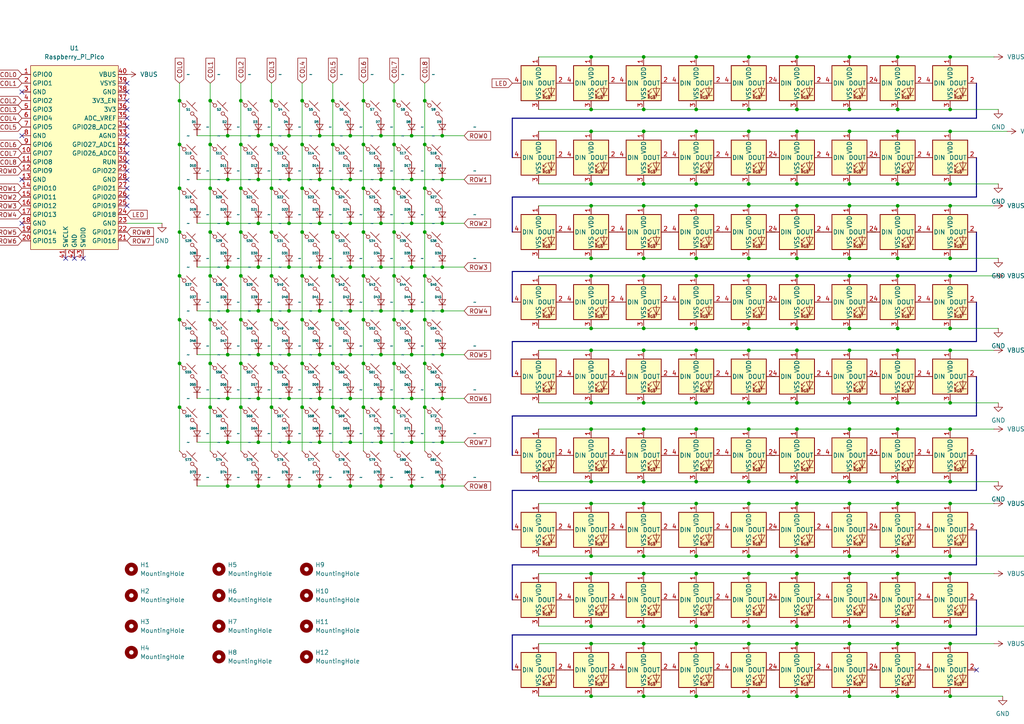
<source format=kicad_sch>
(kicad_sch (version 20250114) (generator "eeschema") (generator_version "9.0")
  (paper "A4")
  (lib_symbols
    (symbol "Mechanical:MountingHole" (pin_names (offset 1.016)) (in_bom no)
      (property "Reference" "H" (at 0 5.08 0))
      (property "Value" "MountingHole" (at 0 3.175 0))
    )
    (symbol "ScottoKeebs:LED_SK6812MINI" (pin_names (offset 0.254))
      (property "Reference" "D" (at 2.032 5.588 0))
      (property "Value" "LED_SK6812MINI" (at 1.27 -5.715 0))
      (property "LCSC" "C5149201" (at 0 0 0))
      (symbol "LED_SK6812MINI_0_0"
        (text "RGB" (at 2.286 -4.191 0) (effects (font (size 0.762 0.762))))
      )
      (symbol "LED_SK6812MINI_1_1"
        (pin input line (at -7.62 0 0) (length 2.54) (name "DIN") (number "4"))
        (pin power_in line (at 0 7.62 270) (length 2.54) (name "VDD") (number "1"))
        (pin power_in line (at 0 -7.62 90) (length 2.54) (name "VSS") (number "3"))
        (pin output line (at 7.62 0 180) (length 2.54) (name "DOUT") (number "2"))
      )
    )
    (symbol "ScottoKeebs:MCU_Raspberry_Pi_Pico"
      (property "Reference" "U" (at 0 0 0))
      (property "Value" "Raspberry_Pi_Pico" (at 0 27.94 0))
      (symbol "MCU_Raspberry_Pi_Pico_1_1"
        (pin bidirectional line (at -15.24 24.13 0) (length 2.54) (name "GPIO0") (number "1"))
        (pin bidirectional line (at -15.24 21.59 0) (length 2.54) (name "GPIO1") (number "2"))
        (pin power_in line (at -15.24 19.05 0) (length 2.54) (name "GND") (number "3"))
        (pin bidirectional line (at -15.24 16.51 0) (length 2.54) (name "GPIO2") (number "4"))
        (pin bidirectional line (at -15.24 13.97 0) (length 2.54) (name "GPIO3") (number "5"))
        (pin bidirectional line (at -15.24 11.43 0) (length 2.54) (name "GPIO4") (number "6"))
        (pin bidirectional line (at -15.24 8.89 0) (length 2.54) (name "GPIO5") (number "7"))
        (pin power_in line (at -15.24 6.35 0) (length 2.54) (name "GND") (number "8"))
        (pin bidirectional line (at -15.24 3.81 0) (length 2.54) (name "GPIO6") (number "9"))
        (pin bidirectional line (at -15.24 1.27 0) (length 2.54) (name "GPIO7") (number "10"))
        (pin bidirectional line (at -15.24 -1.27 0) (length 2.54) (name "GPIO8") (number "11"))
        (pin bidirectional line (at -15.24 -3.81 0) (length 2.54) (name "GPIO9") (number "12"))
        (pin power_in line (at -15.24 -6.35 0) (length 2.54) (name "GND") (number "13"))
        (pin bidirectional line (at -15.24 -8.89 0) (length 2.54) (name "GPIO10") (number "14"))
        (pin bidirectional line (at -15.24 -11.43 0) (length 2.54) (name "GPIO11") (number "15"))
        (pin bidirectional line (at -15.24 -13.97 0) (length 2.54) (name "GPIO12") (number "16"))
        (pin bidirectional line (at -15.24 -16.51 0) (length 2.54) (name "GPIO13") (number "17"))
        (pin power_in line (at -15.24 -19.05 0) (length 2.54) (name "GND") (number "18"))
        (pin bidirectional line (at -15.24 -21.59 0) (length 2.54) (name "GPIO14") (number "19"))
        (pin bidirectional line (at -15.24 -24.13 0) (length 2.54) (name "GPIO15") (number "20"))
        (pin input line (at -2.54 -29.21 90) (length 2.54) (name "SWCLK") (number "41"))
        (pin power_in line (at 0 -29.21 90) (length 2.54) (name "GND") (number "42"))
        (pin bidirectional line (at 2.54 -29.21 90) (length 2.54) (name "SWDIO") (number "43"))
        (pin power_in line (at 15.24 24.13 180) (length 2.54) (name "VBUS") (number "40"))
        (pin power_in line (at 15.24 21.59 180) (length 2.54) (name "VSYS") (number "39"))
        (pin bidirectional line (at 15.24 19.05 180) (length 2.54) (name "GND") (number "38"))
        (pin input line (at 15.24 16.51 180) (length 2.54) (name "3V3_EN") (number "37"))
        (pin power_in line (at 15.24 13.97 180) (length 2.54) (name "3V3") (number "36"))
        (pin power_in line (at 15.24 11.43 180) (length 2.54) (name "ADC_VREF") (number "35"))
        (pin bidirectional line (at 15.24 8.89 180) (length 2.54) (name "GPIO28_ADC2") (number "34"))
        (pin power_in line (at 15.24 6.35 180) (length 2.54) (name "AGND") (number "33"))
        (pin bidirectional line (at 15.24 3.81 180) (length 2.54) (name "GPIO27_ADC1") (number "32"))
        (pin bidirectional line (at 15.24 1.27 180) (length 2.54) (name "GPIO26_ADC0") (number "31"))
        (pin input line (at 15.24 -1.27 180) (length 2.54) (name "RUN") (number "30"))
        (pin bidirectional line (at 15.24 -3.81 180) (length 2.54) (name "GPIO22") (number "29"))
        (pin power_in line (at 15.24 -6.35 180) (length 2.54) (name "GND") (number "28"))
        (pin bidirectional line (at 15.24 -8.89 180) (length 2.54) (name "GPIO21") (number "27"))
        (pin bidirectional line (at 15.24 -11.43 180) (length 2.54) (name "GPIO20") (number "26"))
        (pin bidirectional line (at 15.24 -13.97 180) (length 2.54) (name "GPIO19") (number "25"))
        (pin bidirectional line (at 15.24 -16.51 180) (length 2.54) (name "GPIO18") (number "24"))
        (pin power_in line (at 15.24 -19.05 180) (length 2.54) (name "GND") (number "23"))
        (pin bidirectional line (at 15.24 -21.59 180) (length 2.54) (name "GPIO17") (number "22"))
        (pin bidirectional line (at 15.24 -24.13 180) (length 2.54) (name "GPIO16") (number "21"))
      )
    )
    (symbol "ScottoKeebs:Placeholder_Diode" (pin_numbers (hide yes)) (pin_names (hide yes))
      (property "Reference" "D" (at -0.15 1.066 0))
      (symbol "Placeholder_Diode_1_1"
        (pin passive line (at 0 2.54 270) (length 1.778) (name "A") (number "2"))
        (pin passive line (at 0 -2.54 90) (length 1.778) (name "K") (number "1"))
      )
    )
    (symbol "ScottoKeebs:Placeholder_Keyswitch" (pin_numbers (hide yes)) (pin_names (offset 1.016) (hide yes))
      (property "Reference" "S" (at 0 0 0))
      (symbol "Placeholder_Keyswitch_0_1"
        (pin passive line (at -2.54 2.54 0) (length 0) (name "1") (number "1"))
        (pin passive line (at 2.54 -2.54 180) (length 0) (name "2") (number "2"))
      )
    )
    (symbol "power:GND" (power) (pin_numbers (hide yes)) (pin_names (offset 0) (hide yes))
      (property "Value" "GND" (at 0 -3.81 0))
      (symbol "GND_1_1"
        (pin power_in line (at 0 0 270) (length 0) (name "~") (number "1"))
      )
    )
    (symbol "power:VBUS" (power) (pin_numbers (hide yes)) (pin_names (offset 0) (hide yes))
      (property "Value" "VBUS" (at 0 3.556 0))
      (symbol "VBUS_1_1"
        (pin power_in line (at 0 0 90) (length 0) (name "~") (number "1"))
      )
    )
  )
  (junction (at 246.38 201.93))
  (junction (at 201.93 146.05))
  (junction (at 275.59 59.69))
  (junction (at 78.74 80.01))
  (junction (at 275.59 16.51))
  (junction (at 66.04 39.37))
  (junction (at 260.35 124.46))
  (junction (at 231.14 124.46))
  (junction (at 275.59 38.1))
  (junction (at 92.71 115.57))
  (junction (at 69.85 92.71))
  (junction (at 171.45 181.61))
  (junction (at 74.93 64.77))
  (junction (at 246.38 31.75))
  (junction (at 105.41 92.71))
  (junction (at 87.63 92.71))
  (junction (at 96.52 29.21))
  (junction (at 123.19 41.91))
  (junction (at 201.93 38.1))
  (junction (at 201.93 80.01))
  (junction (at 114.3 118.11))
  (junction (at 114.3 80.01))
  (junction (at 78.74 105.41))
  (junction (at 201.93 139.7))
  (junction (at 110.49 128.27))
  (junction (at 110.49 77.47))
  (junction (at 101.6 115.57))
  (junction (at 128.27 115.57))
  (junction (at 201.93 95.25))
  (junction (at 119.38 52.07))
  (junction (at 74.93 77.47))
  (junction (at 231.14 95.25))
  (junction (at 52.07 41.91))
  (junction (at 217.17 166.37))
  (junction (at 231.14 59.69))
  (junction (at 260.35 95.25))
  (junction (at 69.85 118.11))
  (junction (at 186.69 116.84))
  (junction (at 260.35 116.84))
  (junction (at 171.45 16.51))
  (junction (at 171.45 31.75))
  (junction (at 60.96 92.71))
  (junction (at 246.38 53.34))
  (junction (at 260.35 161.29))
  (junction (at 260.35 74.93))
  (junction (at 114.3 41.91))
  (junction (at 69.85 80.01))
  (junction (at 260.35 38.1))
  (junction (at 171.45 101.6))
  (junction (at 74.93 39.37))
  (junction (at 260.35 31.75))
  (junction (at 231.14 181.61))
  (junction (at 83.82 52.07))
  (junction (at 78.74 29.21))
  (junction (at 201.93 53.34))
  (junction (at 114.3 92.71))
  (junction (at 217.17 146.05))
  (junction (at 260.35 186.69))
  (junction (at 96.52 67.31))
  (junction (at 101.6 77.47))
  (junction (at 92.71 128.27))
  (junction (at 119.38 102.87))
  (junction (at 83.82 115.57))
  (junction (at 201.93 74.93))
  (junction (at 217.17 201.93))
  (junction (at 217.17 16.51))
  (junction (at 110.49 90.17))
  (junction (at 171.45 116.84))
  (junction (at 101.6 128.27))
  (junction (at 119.38 64.77))
  (junction (at 201.93 101.6))
  (junction (at 186.69 124.46))
  (junction (at 128.27 128.27))
  (junction (at 66.04 52.07))
  (junction (at 217.17 95.25))
  (junction (at 231.14 146.05))
  (junction (at 60.96 80.01))
  (junction (at 246.38 116.84))
  (junction (at 171.45 38.1))
  (junction (at 52.07 67.31))
  (junction (at 83.82 128.27))
  (junction (at 275.59 146.05))
  (junction (at 171.45 146.05))
  (junction (at 186.69 201.93))
  (junction (at 52.07 80.01))
  (junction (at 66.04 128.27))
  (junction (at 217.17 161.29))
  (junction (at 171.45 161.29))
  (junction (at 92.71 77.47))
  (junction (at 217.17 80.01))
  (junction (at 66.04 64.77))
  (junction (at 123.19 54.61))
  (junction (at 217.17 59.69))
  (junction (at 74.93 52.07))
  (junction (at 246.38 74.93))
  (junction (at 128.27 39.37))
  (junction (at 186.69 16.51))
  (junction (at 275.59 116.84))
  (junction (at 110.49 140.97))
  (junction (at 83.82 64.77))
  (junction (at 66.04 115.57))
  (junction (at 60.96 118.11))
  (junction (at 74.93 90.17))
  (junction (at 171.45 139.7))
  (junction (at 128.27 52.07))
  (junction (at 52.07 92.71))
  (junction (at 60.96 29.21))
  (junction (at 260.35 59.69))
  (junction (at 231.14 139.7))
  (junction (at 171.45 124.46))
  (junction (at 52.07 105.41))
  (junction (at 105.41 29.21))
  (junction (at 96.52 80.01))
  (junction (at 231.14 38.1))
  (junction (at 60.96 54.61))
  (junction (at 275.59 181.61))
  (junction (at 275.59 53.34))
  (junction (at 260.35 80.01))
  (junction (at 69.85 29.21))
  (junction (at 69.85 105.41))
  (junction (at 123.19 92.71))
  (junction (at 92.71 102.87))
  (junction (at 74.93 102.87))
  (junction (at 87.63 105.41))
  (junction (at 246.38 139.7))
  (junction (at 92.71 140.97))
  (junction (at 78.74 118.11))
  (junction (at 87.63 118.11))
  (junction (at 186.69 186.69))
  (junction (at 96.52 105.41))
  (junction (at 110.49 64.77))
  (junction (at 275.59 166.37))
  (junction (at 171.45 80.01))
  (junction (at 246.38 146.05))
  (junction (at 83.82 102.87))
  (junction (at 105.41 54.61))
  (junction (at 246.38 95.25))
  (junction (at 119.38 140.97))
  (junction (at 201.93 16.51))
  (junction (at 110.49 102.87))
  (junction (at 275.59 31.75))
  (junction (at 128.27 102.87))
  (junction (at 119.38 39.37))
  (junction (at 92.71 39.37))
  (junction (at 231.14 101.6))
  (junction (at 52.07 29.21))
  (junction (at 119.38 77.47))
  (junction (at 128.27 90.17))
  (junction (at 92.71 90.17))
  (junction (at 217.17 116.84))
  (junction (at 101.6 102.87))
  (junction (at 275.59 161.29))
  (junction (at 123.19 80.01))
  (junction (at 246.38 124.46))
  (junction (at 217.17 31.75))
  (junction (at 186.69 38.1))
  (junction (at 66.04 77.47))
  (junction (at 186.69 53.34))
  (junction (at 231.14 16.51))
  (junction (at 60.96 41.91))
  (junction (at 186.69 161.29))
  (junction (at 96.52 118.11))
  (junction (at 105.41 105.41))
  (junction (at 201.93 31.75))
  (junction (at 128.27 77.47))
  (junction (at 201.93 201.93))
  (junction (at 171.45 186.69))
  (junction (at 260.35 166.37))
  (junction (at 246.38 166.37))
  (junction (at 275.59 95.25))
  (junction (at 231.14 53.34))
  (junction (at 60.96 67.31))
  (junction (at 186.69 74.93))
  (junction (at 78.74 54.61))
  (junction (at 114.3 54.61))
  (junction (at 260.35 53.34))
  (junction (at 171.45 74.93))
  (junction (at 186.69 181.61))
  (junction (at 66.04 90.17))
  (junction (at 83.82 39.37))
  (junction (at 231.14 31.75))
  (junction (at 186.69 31.75))
  (junction (at 105.41 80.01))
  (junction (at 101.6 39.37))
  (junction (at 275.59 80.01))
  (junction (at 171.45 95.25))
  (junction (at 246.38 161.29))
  (junction (at 101.6 52.07))
  (junction (at 66.04 140.97))
  (junction (at 78.74 67.31))
  (junction (at 201.93 59.69))
  (junction (at 105.41 41.91))
  (junction (at 217.17 74.93))
  (junction (at 246.38 16.51))
  (junction (at 246.38 181.61))
  (junction (at 114.3 105.41))
  (junction (at 96.52 54.61))
  (junction (at 231.14 74.93))
  (junction (at 275.59 201.93))
  (junction (at 217.17 181.61))
  (junction (at 217.17 186.69))
  (junction (at 69.85 54.61))
  (junction (at 96.52 92.71))
  (junction (at 74.93 140.97))
  (junction (at 231.14 116.84))
  (junction (at 123.19 67.31))
  (junction (at 231.14 186.69))
  (junction (at 101.6 90.17))
  (junction (at 186.69 101.6))
  (junction (at 105.41 67.31))
  (junction (at 231.14 166.37))
  (junction (at 78.74 41.91))
  (junction (at 275.59 139.7))
  (junction (at 114.3 67.31))
  (junction (at 246.38 101.6))
  (junction (at 186.69 146.05))
  (junction (at 52.07 118.11))
  (junction (at 92.71 64.77))
  (junction (at 260.35 101.6))
  (junction (at 114.3 29.21))
  (junction (at 74.93 128.27))
  (junction (at 260.35 181.61))
  (junction (at 123.19 105.41))
  (junction (at 217.17 38.1))
  (junction (at 186.69 80.01))
  (junction (at 246.38 186.69))
  (junction (at 128.27 64.77))
  (junction (at 87.63 54.61))
  (junction (at 217.17 124.46))
  (junction (at 87.63 29.21))
  (junction (at 171.45 166.37))
  (junction (at 105.41 118.11))
  (junction (at 275.59 101.6))
  (junction (at 246.38 80.01))
  (junction (at 78.74 92.71))
  (junction (at 83.82 77.47))
  (junction (at 231.14 201.93))
  (junction (at 66.04 102.87))
  (junction (at 186.69 139.7))
  (junction (at 201.93 181.61))
  (junction (at 110.49 39.37))
  (junction (at 171.45 53.34))
  (junction (at 83.82 140.97))
  (junction (at 217.17 139.7))
  (junction (at 217.17 101.6))
  (junction (at 119.38 90.17))
  (junction (at 128.27 140.97))
  (junction (at 186.69 166.37))
  (junction (at 52.07 54.61))
  (junction (at 123.19 118.11))
  (junction (at 217.17 53.34))
  (junction (at 171.45 59.69))
  (junction (at 87.63 80.01))
  (junction (at 186.69 95.25))
  (junction (at 110.49 52.07))
  (junction (at 275.59 74.93))
  (junction (at 201.93 166.37))
  (junction (at 260.35 201.93))
  (junction (at 69.85 41.91))
  (junction (at 275.59 124.46))
  (junction (at 246.38 59.69))
  (junction (at 101.6 140.97))
  (junction (at 83.82 90.17))
  (junction (at 119.38 128.27))
  (junction (at 275.59 186.69))
  (junction (at 201.93 124.46))
  (junction (at 201.93 116.84))
  (junction (at 60.96 105.41))
  (junction (at 231.14 161.29))
  (junction (at 246.38 38.1))
  (junction (at 87.63 41.91))
  (junction (at 260.35 146.05))
  (junction (at 260.35 16.51))
  (junction (at 201.93 186.69))
  (junction (at 92.71 52.07))
  (junction (at 201.93 161.29))
  (junction (at 110.49 115.57))
  (junction (at 74.93 115.57))
  (junction (at 69.85 67.31))
  (junction (at 231.14 80.01))
  (junction (at 123.19 29.21))
  (junction (at 119.38 115.57))
  (junction (at 101.6 64.77))
  (junction (at 96.52 41.91))
  (junction (at 171.45 201.93))
  (junction (at 186.69 59.69))
  (junction (at 260.35 139.7))
  (junction (at 87.63 67.31))
  (no_connect (at 36.83 52.07))
  (no_connect (at 24.13 74.93))
  (no_connect (at 36.83 39.37))
  (no_connect (at 21.59 74.93))
  (no_connect (at 36.83 54.61))
  (no_connect (at 36.83 24.13))
  (no_connect (at 36.83 49.53))
  (no_connect (at 36.83 46.99))
  (no_connect (at 36.83 36.83))
  (no_connect (at 283.21 194.31))
  (no_connect (at 36.83 41.91))
  (no_connect (at 36.83 57.15))
  (no_connect (at 36.83 34.29))
  (no_connect (at 6.35 52.07))
  (no_connect (at 6.35 26.67))
  (no_connect (at 6.35 39.37))
  (no_connect (at 36.83 29.21))
  (no_connect (at 36.83 31.75))
  (no_connect (at 36.83 44.45))
  (no_connect (at 6.35 64.77))
  (no_connect (at 36.83 59.69))
  (no_connect (at 19.05 74.93))
  (no_connect (at 36.83 26.67))
  (wire (pts (xy 217.17 16.51) (xy 231.14 16.51)))
  (wire (pts (xy 66.04 52.07) (xy 74.93 52.07)))
  (wire (pts (xy 231.14 186.69) (xy 246.38 186.69)))
  (wire (pts (xy 96.52 41.91) (xy 96.52 54.61)))
  (wire (pts (xy 57.15 64.77) (xy 66.04 64.77)))
  (wire (pts (xy 231.14 101.6) (xy 246.38 101.6)))
  (wire (pts (xy 60.96 29.21) (xy 60.96 41.91)))
  (wire (pts (xy 101.6 52.07) (xy 110.49 52.07)))
  (wire (pts (xy 119.38 64.77) (xy 128.27 64.77)))
  (wire (pts (xy 246.38 74.93) (xy 260.35 74.93)))
  (wire (pts (xy 123.19 41.91) (xy 123.19 54.61)))
  (wire (pts (xy 87.63 80.01) (xy 87.63 92.71)))
  (wire (pts (xy 74.93 102.87) (xy 83.82 102.87)))
  (wire (pts (xy 134.62 77.47) (xy 128.27 77.47)))
  (wire (pts (xy 156.21 139.7) (xy 171.45 139.7)))
  (wire (pts (xy 66.04 64.77) (xy 74.93 64.77)))
  (wire (pts (xy 171.45 116.84) (xy 186.69 116.84)))
  (wire (pts (xy 201.93 124.46) (xy 217.17 124.46)))
  (wire (pts (xy 101.6 90.17) (xy 110.49 90.17)))
  (wire (pts (xy 275.59 181.61) (xy 302.26 181.61)))
  (wire (pts (xy 92.71 77.47) (xy 101.6 77.47)))
  (bus (pts (xy 148.59 163.83) (xy 148.59 173.99)))
  (wire (pts (xy 260.35 139.7) (xy 275.59 139.7)))
  (bus (pts (xy 148.59 184.15) (xy 148.59 194.31)))
  (wire (pts (xy 217.17 146.05) (xy 231.14 146.05)))
  (wire (pts (xy 119.38 90.17) (xy 128.27 90.17)))
  (wire (pts (xy 246.38 53.34) (xy 260.35 53.34)))
  (wire (pts (xy 231.14 124.46) (xy 246.38 124.46)))
  (wire (pts (xy 87.63 92.71) (xy 87.63 105.41)))
  (wire (pts (xy 52.07 92.71) (xy 52.07 105.41)))
  (wire (pts (xy 171.45 95.25) (xy 186.69 95.25)))
  (wire (pts (xy 69.85 41.91) (xy 69.85 54.61)))
  (wire (pts (xy 78.74 24.13) (xy 78.74 29.21)))
  (wire (pts (xy 252.73 194.31) (xy 254 194.31)))
  (wire (pts (xy 223.52 132.08) (xy 224.79 132.08)))
  (wire (pts (xy 134.62 115.57) (xy 128.27 115.57)))
  (wire (pts (xy 134.62 128.27) (xy 128.27 128.27)))
  (wire (pts (xy 69.85 29.21) (xy 69.85 41.91)))
  (wire (pts (xy 57.15 52.07) (xy 66.04 52.07)))
  (wire (pts (xy 223.52 173.99) (xy 224.79 173.99)))
  (wire (pts (xy 246.38 101.6) (xy 260.35 101.6)))
  (wire (pts (xy 201.93 95.25) (xy 217.17 95.25)))
  (wire (pts (xy 275.59 124.46) (xy 288.29 124.46)))
  (wire (pts (xy 119.38 39.37) (xy 128.27 39.37)))
  (wire (pts (xy 186.69 31.75) (xy 201.93 31.75)))
  (wire (pts (xy 123.19 80.01) (xy 123.19 92.71)))
  (bus (pts (xy 148.59 120.65) (xy 283.21 120.65)))
  (wire (pts (xy 114.3 105.41) (xy 114.3 118.11)))
  (bus (pts (xy 283.21 24.13) (xy 283.21 34.29)))
  (wire (pts (xy 246.38 95.25) (xy 260.35 95.25)))
  (wire (pts (xy 275.59 116.84) (xy 289.56 116.84)))
  (wire (pts (xy 110.49 64.77) (xy 119.38 64.77)))
  (wire (pts (xy 201.93 161.29) (xy 217.17 161.29)))
  (wire (pts (xy 252.73 67.31) (xy 254 67.31)))
  (wire (pts (xy 96.52 24.13) (xy 96.52 29.21)))
  (wire (pts (xy 96.52 29.21) (xy 96.52 41.91)))
  (wire (pts (xy 231.14 53.34) (xy 246.38 53.34)))
  (wire (pts (xy 260.35 161.29) (xy 275.59 161.29)))
  (wire (pts (xy 114.3 41.91) (xy 114.3 54.61)))
  (wire (pts (xy 275.59 38.1) (xy 292.1 38.1)))
  (wire (pts (xy 101.6 64.77) (xy 110.49 64.77)))
  (wire (pts (xy 231.14 116.84) (xy 246.38 116.84)))
  (wire (pts (xy 186.69 101.6) (xy 201.93 101.6)))
  (wire (pts (xy 69.85 67.31) (xy 69.85 80.01)))
  (wire (pts (xy 186.69 161.29) (xy 201.93 161.29)))
  (wire (pts (xy 156.21 161.29) (xy 171.45 161.29)))
  (wire (pts (xy 123.19 92.71) (xy 123.19 105.41)))
  (bus (pts (xy 283.21 99.06) (xy 148.59 99.06)))
  (wire (pts (xy 171.45 146.05) (xy 186.69 146.05)))
  (wire (pts (xy 201.93 201.93) (xy 217.17 201.93)))
  (wire (pts (xy 260.35 186.69) (xy 275.59 186.69)))
  (bus (pts (xy 283.21 78.74) (xy 148.59 78.74)))
  (bus (pts (xy 148.59 132.08) (xy 148.59 120.65)))
  (wire (pts (xy 114.3 24.13) (xy 114.3 29.21)))
  (wire (pts (xy 74.93 64.77) (xy 83.82 64.77)))
  (wire (pts (xy 201.93 101.6) (xy 217.17 101.6)))
  (bus (pts (xy 283.21 142.24) (xy 148.59 142.24)))
  (wire (pts (xy 231.14 181.61) (xy 246.38 181.61)))
  (bus (pts (xy 283.21 67.31) (xy 283.21 78.74)))
  (wire (pts (xy 92.71 102.87) (xy 101.6 102.87)))
  (wire (pts (xy 74.93 39.37) (xy 83.82 39.37)))
  (wire (pts (xy 69.85 24.13) (xy 69.85 29.21)))
  (wire (pts (xy 156.21 80.01) (xy 171.45 80.01)))
  (wire (pts (xy 52.07 29.21) (xy 52.07 41.91)))
  (wire (pts (xy 201.93 16.51) (xy 217.17 16.51)))
  (wire (pts (xy 78.74 54.61) (xy 78.74 67.31)))
  (wire (pts (xy 60.96 92.71) (xy 60.96 105.41)))
  (bus (pts (xy 148.59 78.74) (xy 148.59 87.63)))
  (wire (pts (xy 87.63 24.13) (xy 87.63 29.21)))
  (bus (pts (xy 283.21 87.63) (xy 283.21 99.06)))
  (wire (pts (xy 252.73 87.63) (xy 254 87.63)))
  (wire (pts (xy 231.14 166.37) (xy 246.38 166.37)))
  (wire (pts (xy 275.59 161.29) (xy 302.26 161.29)))
  (wire (pts (xy 105.41 118.11) (xy 105.41 130.81)))
  (wire (pts (xy 246.38 139.7) (xy 260.35 139.7)))
  (wire (pts (xy 101.6 102.87) (xy 110.49 102.87)))
  (wire (pts (xy 105.41 67.31) (xy 105.41 80.01)))
  (wire (pts (xy 156.21 95.25) (xy 171.45 95.25)))
  (wire (pts (xy 105.41 41.91) (xy 105.41 54.61)))
  (wire (pts (xy 52.07 118.11) (xy 52.07 130.81)))
  (wire (pts (xy 101.6 140.97) (xy 110.49 140.97)))
  (wire (pts (xy 87.63 118.11) (xy 87.63 130.81)))
  (wire (pts (xy 156.21 124.46) (xy 171.45 124.46)))
  (wire (pts (xy 74.93 115.57) (xy 83.82 115.57)))
  (wire (pts (xy 186.69 95.25) (xy 201.93 95.25)))
  (wire (pts (xy 186.69 124.46) (xy 201.93 124.46)))
  (wire (pts (xy 78.74 92.71) (xy 78.74 105.41)))
  (wire (pts (xy 83.82 39.37) (xy 92.71 39.37)))
  (wire (pts (xy 231.14 201.93) (xy 246.38 201.93)))
  (wire (pts (xy 110.49 140.97) (xy 119.38 140.97)))
  (wire (pts (xy 114.3 92.71) (xy 114.3 105.41)))
  (wire (pts (xy 87.63 41.91) (xy 87.63 54.61)))
  (wire (pts (xy 52.07 41.91) (xy 52.07 54.61)))
  (wire (pts (xy 66.04 128.27) (xy 74.93 128.27)))
  (wire (pts (xy 231.14 161.29) (xy 246.38 161.29)))
  (wire (pts (xy 156.21 201.93) (xy 171.45 201.93)))
  (wire (pts (xy 66.04 77.47) (xy 74.93 77.47)))
  (bus (pts (xy 148.59 142.24) (xy 148.59 153.67)))
  (wire (pts (xy 246.38 80.01) (xy 260.35 80.01)))
  (wire (pts (xy 201.93 186.69) (xy 217.17 186.69)))
  (wire (pts (xy 186.69 186.69) (xy 201.93 186.69)))
  (wire (pts (xy 223.52 67.31) (xy 224.79 67.31)))
  (wire (pts (xy 52.07 24.13) (xy 52.07 29.21)))
  (wire (pts (xy 252.73 173.99) (xy 254 173.99)))
  (wire (pts (xy 186.69 116.84) (xy 201.93 116.84)))
  (wire (pts (xy 217.17 139.7) (xy 231.14 139.7)))
  (wire (pts (xy 275.59 95.25) (xy 289.56 95.25)))
  (wire (pts (xy 246.38 38.1) (xy 260.35 38.1)))
  (wire (pts (xy 96.52 67.31) (xy 96.52 80.01)))
  (wire (pts (xy 201.93 166.37) (xy 217.17 166.37)))
  (wire (pts (xy 260.35 101.6) (xy 275.59 101.6)))
  (wire (pts (xy 57.15 115.57) (xy 66.04 115.57)))
  (wire (pts (xy 83.82 140.97) (xy 92.71 140.97)))
  (wire (pts (xy 60.96 105.41) (xy 60.96 118.11)))
  (wire (pts (xy 217.17 101.6) (xy 231.14 101.6)))
  (wire (pts (xy 171.45 59.69) (xy 186.69 59.69)))
  (wire (pts (xy 114.3 118.11) (xy 114.3 130.81)))
  (wire (pts (xy 260.35 74.93) (xy 275.59 74.93)))
  (wire (pts (xy 110.49 102.87) (xy 119.38 102.87)))
  (wire (pts (xy 171.45 80.01) (xy 186.69 80.01)))
  (wire (pts (xy 260.35 80.01) (xy 275.59 80.01)))
  (wire (pts (xy 260.35 95.25) (xy 275.59 95.25)))
  (wire (pts (xy 123.19 118.11) (xy 123.19 130.81)))
  (wire (pts (xy 231.14 139.7) (xy 246.38 139.7)))
  (wire (pts (xy 57.15 39.37) (xy 66.04 39.37)))
  (wire (pts (xy 60.96 24.13) (xy 60.96 29.21)))
  (wire (pts (xy 119.38 128.27) (xy 128.27 128.27)))
  (wire (pts (xy 201.93 59.69) (xy 217.17 59.69)))
  (wire (pts (xy 275.59 139.7) (xy 289.56 139.7)))
  (bus (pts (xy 283.21 184.15) (xy 148.59 184.15)))
  (wire (pts (xy 231.14 80.01) (xy 246.38 80.01)))
  (bus (pts (xy 148.59 99.06) (xy 148.59 109.22)))
  (wire (pts (xy 252.73 132.08) (xy 254 132.08)))
  (wire (pts (xy 223.52 45.72) (xy 224.79 45.72)))
  (wire (pts (xy 231.14 95.25) (xy 246.38 95.25)))
  (wire (pts (xy 231.14 31.75) (xy 246.38 31.75)))
  (wire (pts (xy 92.71 39.37) (xy 101.6 39.37)))
  (wire (pts (xy 156.21 38.1) (xy 171.45 38.1)))
  (wire (pts (xy 57.15 77.47) (xy 66.04 77.47)))
  (wire (pts (xy 171.45 166.37) (xy 186.69 166.37)))
  (wire (pts (xy 246.38 31.75) (xy 260.35 31.75)))
  (wire (pts (xy 83.82 64.77) (xy 92.71 64.77)))
  (wire (pts (xy 92.71 90.17) (xy 101.6 90.17)))
  (wire (pts (xy 105.41 92.71) (xy 105.41 105.41)))
  (wire (pts (xy 78.74 118.11) (xy 78.74 130.81)))
  (bus (pts (xy 283.21 173.99) (xy 283.21 184.15)))
  (wire (pts (xy 57.15 128.27) (xy 66.04 128.27)))
  (wire (pts (xy 201.93 53.34) (xy 217.17 53.34)))
  (wire (pts (xy 66.04 115.57) (xy 74.93 115.57)))
  (wire (pts (xy 60.96 118.11) (xy 60.96 130.81)))
  (wire (pts (xy 96.52 118.11) (xy 96.52 130.81)))
  (wire (pts (xy 74.93 77.47) (xy 83.82 77.47)))
  (wire (pts (xy 275.59 166.37) (xy 288.29 166.37)))
  (wire (pts (xy 223.52 194.31) (xy 224.79 194.31)))
  (wire (pts (xy 260.35 146.05) (xy 275.59 146.05)))
  (wire (pts (xy 171.45 101.6) (xy 186.69 101.6)))
  (wire (pts (xy 105.41 80.01) (xy 105.41 92.71)))
  (wire (pts (xy 217.17 95.25) (xy 231.14 95.25)))
  (wire (pts (xy 171.45 161.29) (xy 186.69 161.29)))
  (wire (pts (xy 231.14 59.69) (xy 246.38 59.69)))
  (wire (pts (xy 92.71 128.27) (xy 101.6 128.27)))
  (wire (pts (xy 246.38 146.05) (xy 260.35 146.05)))
  (wire (pts (xy 78.74 105.41) (xy 78.74 118.11)))
  (wire (pts (xy 110.49 52.07) (xy 119.38 52.07)))
  (wire (pts (xy 57.15 140.97) (xy 66.04 140.97)))
  (wire (pts (xy 201.93 74.93) (xy 217.17 74.93)))
  (wire (pts (xy 171.45 38.1) (xy 186.69 38.1)))
  (wire (pts (xy 119.38 140.97) (xy 128.27 140.97)))
  (wire (pts (xy 52.07 105.41) (xy 52.07 118.11)))
  (wire (pts (xy 156.21 186.69) (xy 171.45 186.69)))
  (wire (pts (xy 223.52 153.67) (xy 224.79 153.67)))
  (wire (pts (xy 134.62 90.17) (xy 128.27 90.17)))
  (bus (pts (xy 283.21 109.22) (xy 283.21 120.65)))
  (bus (pts (xy 283.21 163.83) (xy 148.59 163.83)))
  (wire (pts (xy 156.21 31.75) (xy 171.45 31.75)))
  (wire (pts (xy 101.6 128.27) (xy 110.49 128.27)))
  (wire (pts (xy 260.35 38.1) (xy 275.59 38.1)))
  (wire (pts (xy 217.17 53.34) (xy 231.14 53.34)))
  (wire (pts (xy 217.17 161.29) (xy 231.14 161.29)))
  (wire (pts (xy 156.21 74.93) (xy 171.45 74.93)))
  (wire (pts (xy 66.04 140.97) (xy 74.93 140.97)))
  (wire (pts (xy 246.38 161.29) (xy 260.35 161.29)))
  (wire (pts (xy 134.62 102.87) (xy 128.27 102.87)))
  (wire (pts (xy 246.38 186.69) (xy 260.35 186.69)))
  (wire (pts (xy 201.93 139.7) (xy 217.17 139.7)))
  (wire (pts (xy 156.21 101.6) (xy 171.45 101.6)))
  (wire (pts (xy 57.15 102.87) (xy 66.04 102.87)))
  (wire (pts (xy 101.6 115.57) (xy 110.49 115.57)))
  (wire (pts (xy 171.45 139.7) (xy 186.69 139.7)))
  (wire (pts (xy 231.14 146.05) (xy 246.38 146.05)))
  (bus (pts (xy 283.21 153.67) (xy 283.21 163.83)))
  (wire (pts (xy 171.45 124.46) (xy 186.69 124.46)))
  (wire (pts (xy 252.73 109.22) (xy 254 109.22)))
  (wire (pts (xy 123.19 105.41) (xy 123.19 118.11)))
  (wire (pts (xy 83.82 90.17) (xy 92.71 90.17)))
  (wire (pts (xy 156.21 181.61) (xy 171.45 181.61)))
  (wire (pts (xy 101.6 39.37) (xy 110.49 39.37)))
  (wire (pts (xy 217.17 181.61) (xy 231.14 181.61)))
  (wire (pts (xy 260.35 116.84) (xy 275.59 116.84)))
  (wire (pts (xy 260.35 16.51) (xy 275.59 16.51)))
  (bus (pts (xy 283.21 132.08) (xy 283.21 142.24)))
  (wire (pts (xy 246.38 124.46) (xy 260.35 124.46)))
  (wire (pts (xy 128.27 52.07) (xy 134.62 52.07)))
  (wire (pts (xy 186.69 166.37) (xy 201.93 166.37)))
  (wire (pts (xy 52.07 67.31) (xy 52.07 80.01)))
  (wire (pts (xy 217.17 31.75) (xy 231.14 31.75)))
  (wire (pts (xy 171.45 186.69) (xy 186.69 186.69)))
  (wire (pts (xy 83.82 128.27) (xy 92.71 128.27)))
  (wire (pts (xy 217.17 201.93) (xy 231.14 201.93)))
  (wire (pts (xy 275.59 53.34) (xy 289.56 53.34)))
  (wire (pts (xy 275.59 74.93) (xy 289.56 74.93)))
  (wire (pts (xy 110.49 77.47) (xy 119.38 77.47)))
  (wire (pts (xy 186.69 139.7) (xy 201.93 139.7)))
  (wire (pts (xy 217.17 116.84) (xy 231.14 116.84)))
  (wire (pts (xy 275.59 59.69) (xy 288.29 59.69)))
  (wire (pts (xy 110.49 39.37) (xy 119.38 39.37)))
  (wire (pts (xy 105.41 54.61) (xy 105.41 67.31)))
  (wire (pts (xy 217.17 74.93) (xy 231.14 74.93)))
  (wire (pts (xy 201.93 116.84) (xy 217.17 116.84)))
  (wire (pts (xy 69.85 92.71) (xy 69.85 105.41)))
  (wire (pts (xy 105.41 105.41) (xy 105.41 118.11)))
  (wire (pts (xy 186.69 16.51) (xy 201.93 16.51)))
  (wire (pts (xy 114.3 29.21) (xy 114.3 41.91)))
  (wire (pts (xy 186.69 201.93) (xy 201.93 201.93)))
  (wire (pts (xy 52.07 80.01) (xy 52.07 92.71)))
  (wire (pts (xy 101.6 77.47) (xy 110.49 77.47)))
  (wire (pts (xy 110.49 90.17) (xy 119.38 90.17)))
  (wire (pts (xy 246.38 59.69) (xy 260.35 59.69)))
  (wire (pts (xy 275.59 146.05) (xy 288.29 146.05)))
  (wire (pts (xy 217.17 124.46) (xy 231.14 124.46)))
  (wire (pts (xy 66.04 90.17) (xy 74.93 90.17)))
  (wire (pts (xy 186.69 146.05) (xy 201.93 146.05)))
  (wire (pts (xy 52.07 54.61) (xy 52.07 67.31)))
  (wire (pts (xy 83.82 52.07) (xy 92.71 52.07)))
  (wire (pts (xy 201.93 146.05) (xy 217.17 146.05)))
  (wire (pts (xy 223.52 109.22) (xy 224.79 109.22)))
  (wire (pts (xy 105.41 29.21) (xy 105.41 41.91)))
  (wire (pts (xy 156.21 116.84) (xy 171.45 116.84)))
  (wire (pts (xy 60.96 41.91) (xy 60.96 54.61)))
  (wire (pts (xy 231.14 38.1) (xy 246.38 38.1)))
  (wire (pts (xy 246.38 201.93) (xy 260.35 201.93)))
  (wire (pts (xy 217.17 38.1) (xy 231.14 38.1)))
  (wire (pts (xy 217.17 80.01) (xy 231.14 80.01)))
  (wire (pts (xy 114.3 80.01) (xy 114.3 92.71)))
  (wire (pts (xy 78.74 67.31) (xy 78.74 80.01)))
  (bus (pts (xy 148.59 34.29) (xy 283.21 34.29)))
  (wire (pts (xy 171.45 74.93) (xy 186.69 74.93)))
  (wire (pts (xy 69.85 80.01) (xy 69.85 92.71)))
  (wire (pts (xy 83.82 102.87) (xy 92.71 102.87)))
  (wire (pts (xy 74.93 140.97) (xy 83.82 140.97)))
  (wire (pts (xy 275.59 80.01) (xy 288.29 80.01)))
  (wire (pts (xy 201.93 181.61) (xy 217.17 181.61)))
  (wire (pts (xy 69.85 118.11) (xy 69.85 130.81)))
  (wire (pts (xy 186.69 74.93) (xy 201.93 74.93)))
  (wire (pts (xy 260.35 201.93) (xy 275.59 201.93)))
  (wire (pts (xy 123.19 67.31) (xy 123.19 80.01)))
  (wire (pts (xy 69.85 105.41) (xy 69.85 118.11)))
  (wire (pts (xy 66.04 39.37) (xy 74.93 39.37)))
  (wire (pts (xy 119.38 52.07) (xy 128.27 52.07)))
  (wire (pts (xy 260.35 181.61) (xy 275.59 181.61)))
  (wire (pts (xy 171.45 53.34) (xy 186.69 53.34)))
  (wire (pts (xy 231.14 74.93) (xy 246.38 74.93)))
  (wire (pts (xy 223.52 24.13) (xy 224.79 24.13)))
  (wire (pts (xy 96.52 92.71) (xy 96.52 105.41)))
  (wire (pts (xy 275.59 186.69) (xy 288.29 186.69)))
  (wire (pts (xy 171.45 181.61) (xy 186.69 181.61)))
  (wire (pts (xy 252.73 45.72) (xy 254 45.72)))
  (wire (pts (xy 74.93 90.17) (xy 83.82 90.17)))
  (wire (pts (xy 96.52 105.41) (xy 96.52 118.11)))
  (wire (pts (xy 36.83 64.77) (xy 46.99 64.77)))
  (wire (pts (xy 57.15 90.17) (xy 66.04 90.17)))
  (wire (pts (xy 275.59 16.51) (xy 288.29 16.51)))
  (wire (pts (xy 217.17 186.69) (xy 231.14 186.69)))
  (wire (pts (xy 69.85 54.61) (xy 69.85 67.31)))
  (wire (pts (xy 186.69 59.69) (xy 201.93 59.69)))
  (wire (pts (xy 78.74 80.01) (xy 78.74 92.71)))
  (wire (pts (xy 186.69 181.61) (xy 201.93 181.61)))
  (wire (pts (xy 96.52 80.01) (xy 96.52 92.71)))
  (wire (pts (xy 123.19 24.13) (xy 123.19 29.21)))
  (wire (pts (xy 156.21 146.05) (xy 171.45 146.05)))
  (wire (pts (xy 275.59 201.93) (xy 290.83 201.93)))
  (wire (pts (xy 128.27 64.77) (xy 134.62 64.77)))
  (wire (pts (xy 246.38 116.84) (xy 260.35 116.84)))
  (wire (pts (xy 156.21 16.51) (xy 171.45 16.51)))
  (wire (pts (xy 134.62 140.97) (xy 128.27 140.97)))
  (wire (pts (xy 246.38 166.37) (xy 260.35 166.37)))
  (wire (pts (xy 260.35 53.34) (xy 275.59 53.34)))
  (wire (pts (xy 74.93 128.27) (xy 83.82 128.27)))
  (wire (pts (xy 171.45 16.51) (xy 186.69 16.51)))
  (wire (pts (xy 92.71 64.77) (xy 101.6 64.77)))
  (wire (pts (xy 83.82 77.47) (xy 92.71 77.47)))
  (wire (pts (xy 246.38 181.61) (xy 260.35 181.61)))
  (wire (pts (xy 78.74 29.21) (xy 78.74 41.91)))
  (bus (pts (xy 283.21 57.15) (xy 148.59 57.15)))
  (wire (pts (xy 260.35 166.37) (xy 275.59 166.37)))
  (wire (pts (xy 201.93 80.01) (xy 217.17 80.01)))
  (wire (pts (xy 275.59 31.75) (xy 289.56 31.75)))
  (wire (pts (xy 156.21 59.69) (xy 171.45 59.69)))
  (bus (pts (xy 148.59 57.15) (xy 148.59 67.31)))
  (wire (pts (xy 92.71 52.07) (xy 101.6 52.07)))
  (wire (pts (xy 119.38 77.47) (xy 128.27 77.47)))
  (wire (pts (xy 123.19 54.61) (xy 123.19 67.31)))
  (wire (pts (xy 252.73 153.67) (xy 254 153.67)))
  (wire (pts (xy 201.93 38.1) (xy 217.17 38.1)))
  (wire (pts (xy 201.93 31.75) (xy 217.17 31.75)))
  (wire (pts (xy 217.17 59.69) (xy 231.14 59.69)))
  (wire (pts (xy 87.63 105.41) (xy 87.63 118.11)))
  (wire (pts (xy 275.59 101.6) (xy 288.29 101.6)))
  (wire (pts (xy 171.45 31.75) (xy 186.69 31.75)))
  (wire (pts (xy 260.35 59.69) (xy 275.59 59.69)))
  (wire (pts (xy 105.41 24.13) (xy 105.41 29.21)))
  (wire (pts (xy 186.69 53.34) (xy 201.93 53.34)))
  (wire (pts (xy 123.19 29.21) (xy 123.19 41.91)))
  (wire (pts (xy 96.52 54.61) (xy 96.52 67.31)))
  (wire (pts (xy 110.49 128.27) (xy 119.38 128.27)))
  (bus (pts (xy 148.59 45.72) (xy 148.59 34.29)))
  (wire (pts (xy 156.21 166.37) (xy 171.45 166.37)))
  (wire (pts (xy 186.69 80.01) (xy 201.93 80.01)))
  (wire (pts (xy 260.35 31.75) (xy 275.59 31.75)))
  (wire (pts (xy 92.71 140.97) (xy 101.6 140.97)))
  (wire (pts (xy 223.52 87.63) (xy 224.79 87.63)))
  (wire (pts (xy 60.96 80.01) (xy 60.96 92.71)))
  (wire (pts (xy 171.45 201.93) (xy 186.69 201.93)))
  (bus (pts (xy 283.21 45.72) (xy 283.21 57.15)))
  (wire (pts (xy 114.3 67.31) (xy 114.3 80.01)))
  (wire (pts (xy 246.38 16.51) (xy 260.35 16.51)))
  (wire (pts (xy 186.69 38.1) (xy 201.93 38.1)))
  (wire (pts (xy 92.71 115.57) (xy 101.6 115.57)))
  (wire (pts (xy 128.27 39.37) (xy 134.62 39.37)))
  (wire (pts (xy 114.3 54.61) (xy 114.3 67.31)))
  (wire (pts (xy 60.96 67.31) (xy 60.96 80.01)))
  (wire (pts (xy 252.73 24.13) (xy 254 24.13)))
  (wire (pts (xy 260.35 124.46) (xy 275.59 124.46)))
  (wire (pts (xy 119.38 102.87) (xy 128.27 102.87)))
  (wire (pts (xy 83.82 115.57) (xy 92.71 115.57)))
  (wire (pts (xy 87.63 54.61) (xy 87.63 67.31)))
  (wire (pts (xy 66.04 102.87) (xy 74.93 102.87)))
  (wire (pts (xy 156.21 53.34) (xy 171.45 53.34)))
  (wire (pts (xy 78.74 41.91) (xy 78.74 54.61)))
  (wire (pts (xy 110.49 115.57) (xy 119.38 115.57)))
  (wire (pts (xy 60.96 54.61) (xy 60.96 67.31)))
  (wire (pts (xy 87.63 29.21) (xy 87.63 41.91)))
  (wire (pts (xy 217.17 166.37) (xy 231.14 166.37)))
  (wire (pts (xy 87.63 67.31) (xy 87.63 80.01)))
  (wire (pts (xy 74.93 52.07) (xy 83.82 52.07)))
  (wire (pts (xy 231.14 16.51) (xy 246.38 16.51)))
  (wire (pts (xy 119.38 115.57) (xy 128.27 115.57)))
  (global_label "ROW1" (shape input) (at 6.35 54.61 180) (property "Intersheetrefs" "${INTERSHEET_REFS}" (effects (hide yes))))
  (global_label "LED" (shape input) (at 36.83 62.23 0) (property "Intersheetrefs" "${INTERSHEET_REFS}" (effects (hide yes))))
  (global_label "ROW2" (shape input) (at 134.62 64.77 0) (property "Intersheetrefs" "${INTERSHEET_REFS}" (effects (hide yes))))
  (global_label "ROW8" (shape input) (at 36.83 67.31 0) (property "Intersheetrefs" "${INTERSHEET_REFS}" (effects (hide yes))))
  (global_label "COL0" (shape input) (at 6.35 21.59 180) (property "Intersheetrefs" "${INTERSHEET_REFS}" (effects (hide yes))))
  (global_label "COL5" (shape input) (at 96.52 24.13 90) (property "Intersheetrefs" "${INTERSHEET_REFS}" (effects (hide yes))))
  (global_label "COL1" (shape input) (at 60.96 24.13 90) (property "Intersheetrefs" "${INTERSHEET_REFS}" (effects (hide yes))))
  (global_label "ROW0" (shape input) (at 134.62 39.37 0) (property "Intersheetrefs" "${INTERSHEET_REFS}" (effects (hide yes))))
  (global_label "ROW3" (shape input) (at 134.62 77.47 0) (property "Intersheetrefs" "${INTERSHEET_REFS}" (effects (hide yes))))
  (global_label "ROW7" (shape input) (at 134.62 128.27 0) (property "Intersheetrefs" "${INTERSHEET_REFS}" (effects (hide yes))))
  (global_label "ROW6" (shape input) (at 6.35 69.85 180) (property "Intersheetrefs" "${INTERSHEET_REFS}" (effects (hide yes))))
  (global_label "ROW5" (shape input) (at 134.62 102.87 0) (property "Intersheetrefs" "${INTERSHEET_REFS}" (effects (hide yes))))
  (global_label "COL7" (shape input) (at 6.35 44.45 180) (property "Intersheetrefs" "${INTERSHEET_REFS}" (effects (hide yes))))
  (global_label "COL2" (shape input) (at 69.85 24.13 90) (property "Intersheetrefs" "${INTERSHEET_REFS}" (effects (hide yes))))
  (global_label "COL1" (shape input) (at 6.35 24.13 180) (property "Intersheetrefs" "${INTERSHEET_REFS}" (effects (hide yes))))
  (global_label "ROW2" (shape input) (at 6.35 57.15 180) (property "Intersheetrefs" "${INTERSHEET_REFS}" (effects (hide yes))))
  (global_label "ROW4" (shape input) (at 134.62 90.17 0) (property "Intersheetrefs" "${INTERSHEET_REFS}" (effects (hide yes))))
  (global_label "COL4" (shape input) (at 87.63 24.13 90) (property "Intersheetrefs" "${INTERSHEET_REFS}" (effects (hide yes))))
  (global_label "ROW5" (shape input) (at 6.35 67.31 180) (property "Intersheetrefs" "${INTERSHEET_REFS}" (effects (hide yes))))
  (global_label "COL7" (shape input) (at 114.3 24.13 90) (property "Intersheetrefs" "${INTERSHEET_REFS}" (effects (hide yes))))
  (global_label "COL4" (shape input) (at 6.35 34.29 180) (property "Intersheetrefs" "${INTERSHEET_REFS}" (effects (hide yes))))
  (global_label "ROW6" (shape input) (at 134.62 115.57 0) (property "Intersheetrefs" "${INTERSHEET_REFS}" (effects (hide yes))))
  (global_label "COL8" (shape input) (at 123.19 24.13 90) (property "Intersheetrefs" "${INTERSHEET_REFS}" (effects (hide yes))))
  (global_label "COL0" (shape input) (at 52.07 24.13 90) (property "Intersheetrefs" "${INTERSHEET_REFS}" (effects (hide yes))))
  (global_label "COL8" (shape input) (at 6.35 46.99 180) (property "Intersheetrefs" "${INTERSHEET_REFS}" (effects (hide yes))))
  (global_label "COL6" (shape input) (at 105.41 24.13 90) (property "Intersheetrefs" "${INTERSHEET_REFS}" (effects (hide yes))))
  (global_label "ROW7" (shape input) (at 36.83 69.85 0) (property "Intersheetrefs" "${INTERSHEET_REFS}" (effects (hide yes))))
  (global_label "COL5" (shape input) (at 6.35 36.83 180) (property "Intersheetrefs" "${INTERSHEET_REFS}" (effects (hide yes))))
  (global_label "COL6" (shape input) (at 6.35 41.91 180) (property "Intersheetrefs" "${INTERSHEET_REFS}" (effects (hide yes))))
  (global_label "ROW8" (shape input) (at 134.62 140.97 0) (property "Intersheetrefs" "${INTERSHEET_REFS}" (effects (hide yes))))
  (global_label "COL2" (shape input) (at 6.35 29.21 180) (property "Intersheetrefs" "${INTERSHEET_REFS}" (effects (hide yes))))
  (global_label "COL3" (shape input) (at 78.74 24.13 90) (property "Intersheetrefs" "${INTERSHEET_REFS}" (effects (hide yes))))
  (global_label "ROW4" (shape input) (at 6.35 62.23 180) (property "Intersheetrefs" "${INTERSHEET_REFS}" (effects (hide yes))))
  (global_label "ROW0" (shape input) (at 6.35 49.53 180) (property "Intersheetrefs" "${INTERSHEET_REFS}" (effects (hide yes))))
  (global_label "ROW1" (shape input) (at 134.62 52.07 0) (property "Intersheetrefs" "${INTERSHEET_REFS}" (effects (hide yes))))
  (global_label "ROW3" (shape input) (at 6.35 59.69 180) (property "Intersheetrefs" "${INTERSHEET_REFS}" (effects (hide yes))))
  (global_label "LED" (shape input) (at 148.59 24.13 180) (property "Intersheetrefs" "${INTERSHEET_REFS}" (effects (hide yes))))
  (global_label "COL3" (shape input) (at 6.35 31.75 180) (property "Intersheetrefs" "${INTERSHEET_REFS}" (effects (hide yes))))
  (symbol (lib_id "ScottoKeebs:LED_SK6812MINI") (at 201.93 24.13 0) (unit 1)
    (property "Reference" "D85" (effects (hide yes)))
    (property "Value" "LED_SK6812MINI" (effects (hide yes)))
    (property "Footprint" "ScottoKeebs_Components:LED_SK6812MINI" (effects (hide yes)))
    (property "Datasheet" "https://cdn-shop.adafruit.com/product-files/2686/SK6812MINI_REV.01-1-2.pdf" (effects (hide yes)))
    (property "Description" "RGB LED with integrated controller" (effects (hide yes)))
    (property "LCSC" "C5149201" (effects (hide yes)))
  )
  (symbol (lib_id "ScottoKeebs:Placeholder_Diode") (at 92.71 100.33 0) (unit 1)
    (property "Reference" "D50" (at 92.56 99.264 0) (effects (font (size 0.635 0.635) (thickness 0.127) (bold yes)) (justify right bottom)))
    (property "Value" "~" (at 95.25 100.3299 0) (effects (justify left)))
    (property "Footprint" "ScottoKeebs_Components:Diode_SOD-123" (effects (hide yes)))
  )
  (symbol (lib_id "ScottoKeebs:LED_SK6812MINI") (at 260.35 194.31 0) (unit 1)
    (property "Reference" "D161" (effects (hide yes)))
    (property "Value" "LED_SK6812MINI" (effects (hide yes)))
    (property "Footprint" "ScottoKeebs_Components:LED_SK6812MINI" (effects (hide yes)))
    (property "Datasheet" "https://cdn-shop.adafruit.com/product-files/2686/SK6812MINI_REV.01-1-2.pdf" (effects (hide yes)))
    (property "Description" "RGB LED with integrated controller" (effects (hide yes)))
    (property "LCSC" "C5149201" (effects (hide yes)))
  )
  (symbol (lib_id "ScottoKeebs:Placeholder_Diode") (at 92.71 138.43 0) (unit 1)
    (property "Reference" "D77" (at 92.56 137.364 0) (effects (font (size 0.635 0.635) (thickness 0.127) (bold yes)) (justify right bottom)))
    (property "Value" "~" (at 95.25 138.4299 0) (effects (justify left)))
    (property "Footprint" "ScottoKeebs_Components:Diode_SOD-123" (effects (hide yes)))
  )
  (symbol (lib_id "ScottoKeebs:Placeholder_Keyswitch") (at 72.39 69.85 0) (unit 1)
    (property "Reference" "S30" (at 72.39 69.85 0) (effects (font (size 0.635 0.635) (thickness 0.127) (bold yes))))
    (property "Value" "~" (at 72.39 64.77 0))
    (property "Footprint" "ScottoKeebs_MX:MX_PCB_1.00u" (effects (hide yes)))
  )
  (symbol (lib_id "ScottoKeebs:LED_SK6812MINI") (at 231.14 87.63 0) (unit 1)
    (property "Reference" "D114" (effects (hide yes)))
    (property "Value" "LED_SK6812MINI" (effects (hide yes)))
    (property "Footprint" "ScottoKeebs_Components:LED_SK6812MINI" (effects (hide yes)))
    (property "Datasheet" "https://cdn-shop.adafruit.com/product-files/2686/SK6812MINI_REV.01-1-2.pdf" (effects (hide yes)))
    (property "Description" "RGB LED with integrated controller" (effects (hide yes)))
    (property "LCSC" "C5149201" (effects (hide yes)))
  )
  (symbol (lib_id "ScottoKeebs:LED_SK6812MINI") (at 231.14 67.31 0) (unit 1)
    (property "Reference" "D105" (effects (hide yes)))
    (property "Value" "LED_SK6812MINI" (effects (hide yes)))
    (property "Footprint" "ScottoKeebs_Components:LED_SK6812MINI" (effects (hide yes)))
    (property "Datasheet" "https://cdn-shop.adafruit.com/product-files/2686/SK6812MINI_REV.01-1-2.pdf" (effects (hide yes)))
    (property "Description" "RGB LED with integrated controller" (effects (hide yes)))
    (property "LCSC" "C5149201" (effects (hide yes)))
  )
  (symbol (lib_id "ScottoKeebs:LED_SK6812MINI") (at 156.21 132.08 0) (unit 1)
    (property "Reference" "D127" (effects (hide yes)))
    (property "Value" "LED_SK6812MINI" (effects (hide yes)))
    (property "Footprint" "ScottoKeebs_Components:LED_SK6812MINI" (effects (hide yes)))
    (property "Datasheet" "https://cdn-shop.adafruit.com/product-files/2686/SK6812MINI_REV.01-1-2.pdf" (effects (hide yes)))
    (property "Description" "RGB LED with integrated controller" (effects (hide yes)))
    (property "LCSC" "C5149201" (effects (hide yes)))
  )
  (symbol (lib_id "ScottoKeebs:LED_SK6812MINI") (at 171.45 109.22 0) (unit 1)
    (property "Reference" "D119" (effects (hide yes)))
    (property "Value" "LED_SK6812MINI" (effects (hide yes)))
    (property "Footprint" "ScottoKeebs_Components:LED_SK6812MINI" (effects (hide yes)))
    (property "Datasheet" "https://cdn-shop.adafruit.com/product-files/2686/SK6812MINI_REV.01-1-2.pdf" (effects (hide yes)))
    (property "Description" "RGB LED with integrated controller" (effects (hide yes)))
    (property "LCSC" "C5149201" (effects (hide yes)))
  )
  (symbol (lib_id "ScottoKeebs:Placeholder_Diode") (at 57.15 49.53 0) (unit 1)
    (property "Reference" "D10" (at 57 48.464 0) (effects (font (size 0.635 0.635) (thickness 0.127) (bold yes)) (justify right bottom)))
    (property "Value" "~" (at 59.69 49.5299 0) (effects (justify left)))
    (property "Footprint" "ScottoKeebs_Components:Diode_SOD-123" (effects (hide yes)))
  )
  (symbol (lib_id "ScottoKeebs:Placeholder_Diode") (at 92.71 87.63 0) (unit 1)
    (property "Reference" "D41" (at 92.56 86.564 0) (effects (font (size 0.635 0.635) (thickness 0.127) (bold yes)) (justify right bottom)))
    (property "Value" "~" (at 95.25 87.6299 0) (effects (justify left)))
    (property "Footprint" "ScottoKeebs_Components:Diode_SOD-123" (effects (hide yes)))
  )
  (symbol (lib_id "Mechanical:MountingHole") (at 38.1 172.72 0) (unit 1) (in_bom no)
    (property "Reference" "H2" (at 40.64 171.4499 0) (effects (justify left)))
    (property "Value" "MountingHole" (at 40.64 173.9899 0) (effects (justify left)))
    (property "Footprint" "MountingHole:MountingHole_2.2mm_M2" (effects (hide yes)))
    (property "Description" "Mounting Hole without connection" (effects (hide yes)))
  )
  (symbol (lib_id "ScottoKeebs:LED_SK6812MINI") (at 171.45 132.08 0) (unit 1)
    (property "Reference" "D128" (effects (hide yes)))
    (property "Value" "LED_SK6812MINI" (effects (hide yes)))
    (property "Footprint" "ScottoKeebs_Components:LED_SK6812MINI" (effects (hide yes)))
    (property "Datasheet" "https://cdn-shop.adafruit.com/product-files/2686/SK6812MINI_REV.01-1-2.pdf" (effects (hide yes)))
    (property "Description" "RGB LED with integrated controller" (effects (hide yes)))
    (property "LCSC" "C5149201" (effects (hide yes)))
  )
  (symbol (lib_id "ScottoKeebs:Placeholder_Keyswitch") (at 107.95 120.65 0) (unit 1)
    (property "Reference" "S70" (at 107.95 120.65 0) (effects (font (size 0.635 0.635) (thickness 0.127) (bold yes))))
    (property "Value" "~" (at 107.95 115.57 0))
    (property "Footprint" "ScottoKeebs_MX:MX_PCB_1.00u" (effects (hide yes)))
  )
  (symbol (lib_id "ScottoKeebs:Placeholder_Keyswitch") (at 116.84 107.95 0) (unit 1)
    (property "Reference" "S62" (at 116.84 107.95 0) (effects (font (size 0.635 0.635) (thickness 0.127) (bold yes))))
    (property "Value" "~" (at 116.84 102.87 0))
    (property "Footprint" "ScottoKeebs_MX:MX_PCB_1.00u" (effects (hide yes)))
  )
  (symbol (lib_id "ScottoKeebs:Placeholder_Diode") (at 57.15 87.63 0) (unit 1)
    (property "Reference" "D37" (at 57 86.564 0) (effects (font (size 0.635 0.635) (thickness 0.127) (bold yes)) (justify right bottom)))
    (property "Value" "~" (at 59.69 87.6299 0) (effects (justify left)))
    (property "Footprint" "ScottoKeebs_Components:Diode_SOD-123" (effects (hide yes)))
  )
  (symbol (lib_id "ScottoKeebs:Placeholder_Diode") (at 119.38 138.43 0) (unit 1)
    (property "Reference" "D80" (at 119.23 137.364 0) (effects (font (size 0.635 0.635) (thickness 0.127) (bold yes)) (justify right bottom)))
    (property "Value" "~" (at 121.92 138.4299 0) (effects (justify left)))
    (property "Footprint" "ScottoKeebs_Components:Diode_SOD-123" (effects (hide yes)))
  )
  (symbol (lib_id "ScottoKeebs:LED_SK6812MINI") (at 156.21 67.31 0) (unit 1)
    (property "Reference" "D100" (effects (hide yes)))
    (property "Value" "LED_SK6812MINI" (effects (hide yes)))
    (property "Footprint" "ScottoKeebs_Components:LED_SK6812MINI" (effects (hide yes)))
    (property "Datasheet" "https://cdn-shop.adafruit.com/product-files/2686/SK6812MINI_REV.01-1-2.pdf" (effects (hide yes)))
    (property "Description" "RGB LED with integrated controller" (effects (hide yes)))
    (property "LCSC" "C5149201" (effects (hide yes)))
  )
  (symbol (lib_id "ScottoKeebs:LED_SK6812MINI") (at 217.17 24.13 0) (unit 1)
    (property "Reference" "D86" (effects (hide yes)))
    (property "Value" "LED_SK6812MINI" (effects (hide yes)))
    (property "Footprint" "ScottoKeebs_Components:LED_SK6812MINI" (effects (hide yes)))
    (property "Datasheet" "https://cdn-shop.adafruit.com/product-files/2686/SK6812MINI_REV.01-1-2.pdf" (effects (hide yes)))
    (property "Description" "RGB LED with integrated controller" (effects (hide yes)))
    (property "LCSC" "C5149201" (effects (hide yes)))
  )
  (symbol (lib_id "ScottoKeebs:LED_SK6812MINI") (at 246.38 24.13 0) (unit 1)
    (property "Reference" "D88" (effects (hide yes)))
    (property "Value" "LED_SK6812MINI" (effects (hide yes)))
    (property "Footprint" "ScottoKeebs_Components:LED_SK6812MINI" (effects (hide yes)))
    (property "Datasheet" "https://cdn-shop.adafruit.com/product-files/2686/SK6812MINI_REV.01-1-2.pdf" (effects (hide yes)))
    (property "Description" "RGB LED with integrated controller" (effects (hide yes)))
    (property "LCSC" "C5149201" (effects (hide yes)))
  )
  (symbol (lib_id "ScottoKeebs:Placeholder_Diode") (at 66.04 125.73 0) (unit 1)
    (property "Reference" "D65" (at 65.89 124.664 0) (effects (font (size 0.635 0.635) (thickness 0.127) (bold yes)) (justify right bottom)))
    (property "Value" "~" (at 68.58 125.7299 0) (effects (justify left)))
    (property "Footprint" "ScottoKeebs_Components:Diode_SOD-123" (effects (hide yes)))
  )
  (symbol (lib_id "ScottoKeebs:LED_SK6812MINI") (at 260.35 67.31 0) (unit 1)
    (property "Reference" "D107" (effects (hide yes)))
    (property "Value" "LED_SK6812MINI" (effects (hide yes)))
    (property "Footprint" "ScottoKeebs_Components:LED_SK6812MINI" (effects (hide yes)))
    (property "Datasheet" "https://cdn-shop.adafruit.com/product-files/2686/SK6812MINI_REV.01-1-2.pdf" (effects (hide yes)))
    (property "Description" "RGB LED with integrated controller" (effects (hide yes)))
    (property "LCSC" "C5149201" (effects (hide yes)))
  )
  (symbol (lib_id "ScottoKeebs:Placeholder_Keyswitch") (at 116.84 69.85 0) (unit 1)
    (property "Reference" "S35" (at 116.84 69.85 0) (effects (font (size 0.635 0.635) (thickness 0.127) (bold yes))))
    (property "Value" "~" (at 116.84 64.77 0))
    (property "Footprint" "ScottoKeebs_MX:MX_PCB_1.00u" (effects (hide yes)))
  )
  (symbol (lib_id "ScottoKeebs:Placeholder_Diode") (at 101.6 113.03 0) (unit 1)
    (property "Reference" "D60" (at 101.45 111.964 0) (effects (font (size 0.635 0.635) (thickness 0.127) (bold yes)) (justify right bottom)))
    (property "Value" "~" (at 104.14 113.0299 0) (effects (justify left)))
    (property "Footprint" "ScottoKeebs_Components:Diode_SOD-123" (effects (hide yes)))
  )
  (symbol (lib_id "ScottoKeebs:Placeholder_Diode") (at 101.6 125.73 0) (unit 1)
    (property "Reference" "D69" (at 101.45 124.664 0) (effects (font (size 0.635 0.635) (thickness 0.127) (bold yes)) (justify right bottom)))
    (property "Value" "~" (at 104.14 125.7299 0) (effects (justify left)))
    (property "Footprint" "ScottoKeebs_Components:Diode_SOD-123" (effects (hide yes)))
  )
  (symbol (lib_id "ScottoKeebs:Placeholder_Keyswitch") (at 63.5 57.15 0) (unit 1)
    (property "Reference" "S20" (at 63.5 57.15 0) (effects (font (size 0.635 0.635) (thickness 0.127) (bold yes))))
    (property "Value" "~" (at 63.5 52.07 0))
    (property "Footprint" "ScottoKeebs_MX:MX_PCB_1.00u" (effects (hide yes)))
  )
  (symbol (lib_id "ScottoKeebs:LED_SK6812MINI") (at 260.35 45.72 0) (unit 1)
    (property "Reference" "D98" (effects (hide yes)))
    (property "Value" "LED_SK6812MINI" (effects (hide yes)))
    (property "Footprint" "ScottoKeebs_Components:LED_SK6812MINI" (effects (hide yes)))
    (property "Datasheet" "https://cdn-shop.adafruit.com/product-files/2686/SK6812MINI_REV.01-1-2.pdf" (effects (hide yes)))
    (property "Description" "RGB LED with integrated controller" (effects (hide yes)))
    (property "LCSC" "C5149201" (effects (hide yes)))
  )
  (symbol (lib_id "ScottoKeebs:Placeholder_Diode") (at 57.15 100.33 0) (unit 1)
    (property "Reference" "D46" (at 57 99.264 0) (effects (font (size 0.635 0.635) (thickness 0.127) (bold yes)) (justify right bottom)))
    (property "Value" "~" (at 59.69 100.3299 0) (effects (justify left)))
    (property "Footprint" "ScottoKeebs_Components:Diode_SOD-123" (effects (hide yes)))
  )
  (symbol (lib_id "ScottoKeebs:Placeholder_Keyswitch") (at 54.61 133.35 0) (unit 1)
    (property "Reference" "S73" (at 54.61 133.35 0) (effects (font (size 0.635 0.635) (thickness 0.127) (bold yes))))
    (property "Value" "~" (at 54.61 128.27 0))
    (property "Footprint" "ScottoKeebs_MX:MX_PCB_1.00u" (effects (hide yes)))
  )
  (symbol (lib_id "ScottoKeebs:Placeholder_Diode") (at 92.71 113.03 0) (unit 1)
    (property "Reference" "D59" (at 92.56 111.964 0) (effects (font (size 0.635 0.635) (thickness 0.127) (bold yes)) (justify right bottom)))
    (property "Value" "~" (at 95.25 113.0299 0) (effects (justify left)))
    (property "Footprint" "ScottoKeebs_Components:Diode_SOD-123" (effects (hide yes)))
  )
  (symbol (lib_id "power:VBUS") (at 288.29 101.6 270) (unit 1)
    (property "Reference" "#PWR05" (effects (hide yes)))
    (property "Value" "VBUS" (at 292.1 101.5999 90) (effects (justify left)))
    (property "Description" "Power symbol creates a global label with name \"VBUS\"" (effects (hide yes)))
  )
  (symbol (lib_id "ScottoKeebs:Placeholder_Diode") (at 74.93 36.83 0) (unit 1)
    (property "Reference" "D3" (at 74.78 35.764 0) (effects (font (size 0.635 0.635) (thickness 0.127) (bold yes)) (justify right bottom)))
    (property "Value" "~" (at 77.47 36.8299 0) (effects (justify left)))
    (property "Footprint" "ScottoKeebs_Components:Diode_SOD-123" (effects (hide yes)))
  )
  (symbol (lib_id "ScottoKeebs:Placeholder_Diode") (at 74.93 87.63 0) (unit 1)
    (property "Reference" "D39" (at 74.78 86.564 0) (effects (font (size 0.635 0.635) (thickness 0.127) (bold yes)) (justify right bottom)))
    (property "Value" "~" (at 77.47 87.6299 0) (effects (justify left)))
    (property "Footprint" "ScottoKeebs_Components:Diode_SOD-123" (effects (hide yes)))
  )
  (symbol (lib_id "ScottoKeebs:Placeholder_Keyswitch") (at 63.5 107.95 0) (unit 1)
    (property "Reference" "S56" (at 63.5 107.95 0) (effects (font (size 0.635 0.635) (thickness 0.127) (bold yes))))
    (property "Value" "~" (at 63.5 102.87 0))
    (property "Footprint" "ScottoKeebs_MX:MX_PCB_1.00u" (effects (hide yes)))
  )
  (symbol (lib_id "ScottoKeebs:Placeholder_Keyswitch") (at 63.5 95.25 0) (unit 1)
    (property "Reference" "S47" (at 63.5 95.25 0) (effects (font (size 0.635 0.635) (thickness 0.127) (bold yes))))
    (property "Value" "~" (at 63.5 90.17 0))
    (property "Footprint" "ScottoKeebs_MX:MX_PCB_1.00u" (effects (hide yes)))
  )
  (symbol (lib_id "ScottoKeebs:Placeholder_Keyswitch") (at 107.95 82.55 0) (unit 1)
    (property "Reference" "S43" (at 107.95 82.55 0) (effects (font (size 0.635 0.635) (thickness 0.127) (bold yes))))
    (property "Value" "~" (at 107.95 77.47 0))
    (property "Footprint" "ScottoKeebs_MX:MX_PCB_1.00u" (effects (hide yes)))
  )
  (symbol (lib_id "ScottoKeebs:Placeholder_Diode") (at 110.49 49.53 0) (unit 1)
    (property "Reference" "D16" (at 110.34 48.464 0) (effects (font (size 0.635 0.635) (thickness 0.127) (bold yes)) (justify right bottom)))
    (property "Value" "~" (at 113.03 49.5299 0) (effects (justify left)))
    (property "Footprint" "ScottoKeebs_Components:Diode_SOD-123" (effects (hide yes)))
  )
  (symbol (lib_id "power:VBUS") (at 36.83 21.59 270) (unit 1)
    (property "Reference" "#PWR019" (effects (hide yes)))
    (property "Value" "VBUS" (at 40.64 21.5899 90) (effects (justify left)))
    (property "Description" "Power symbol creates a global label with name \"VBUS\"" (effects (hide yes)))
  )
  (symbol (lib_id "ScottoKeebs:LED_SK6812MINI") (at 186.69 153.67 0) (unit 1)
    (property "Reference" "D138" (effects (hide yes)))
    (property "Value" "LED_SK6812MINI" (effects (hide yes)))
    (property "Footprint" "ScottoKeebs_Components:LED_SK6812MINI" (effects (hide yes)))
    (property "Datasheet" "https://cdn-shop.adafruit.com/product-files/2686/SK6812MINI_REV.01-1-2.pdf" (effects (hide yes)))
    (property "Description" "RGB LED with integrated controller" (effects (hide yes)))
    (property "LCSC" "C5149201" (effects (hide yes)))
  )
  (symbol (lib_id "ScottoKeebs:Placeholder_Keyswitch") (at 99.06 82.55 0) (unit 1)
    (property "Reference" "S42" (at 99.06 82.55 0) (effects (font (size 0.635 0.635) (thickness 0.127) (bold yes))))
    (property "Value" "~" (at 99.06 77.47 0))
    (property "Footprint" "ScottoKeebs_MX:MX_PCB_1.00u" (effects (hide yes)))
  )
  (symbol (lib_id "ScottoKeebs:Placeholder_Keyswitch") (at 90.17 107.95 0) (unit 1)
    (property "Reference" "S59" (at 90.17 107.95 0) (effects (font (size 0.635 0.635) (thickness 0.127) (bold yes))))
    (property "Value" "~" (at 90.17 102.87 0))
    (property "Footprint" "ScottoKeebs_MX:MX_PCB_1.00u" (effects (hide yes)))
  )
  (symbol (lib_id "Mechanical:MountingHole") (at 63.5 181.61 0) (unit 1) (in_bom no)
    (property "Reference" "H7" (at 66.04 180.3399 0) (effects (justify left)))
    (property "Value" "MountingHole" (at 66.04 182.8799 0) (effects (justify left)))
    (property "Footprint" "MountingHole:MountingHole_2.2mm_M2" (effects (hide yes)))
    (property "Description" "Mounting Hole without connection" (effects (hide yes)))
  )
  (symbol (lib_id "ScottoKeebs:Placeholder_Keyswitch") (at 99.06 31.75 0) (unit 1)
    (property "Reference" "S6" (at 99.06 31.75 0) (effects (font (size 0.635 0.635) (thickness 0.127) (bold yes))))
    (property "Value" "~" (at 99.06 21.59 0))
    (property "Footprint" "ScottoKeebs_MX:MX_PCB_1.00u" (effects (hide yes)))
  )
  (symbol (lib_id "ScottoKeebs:Placeholder_Diode") (at 110.49 113.03 0) (unit 1)
    (property "Reference" "D61" (at 110.34 111.964 0) (effects (font (size 0.635 0.635) (thickness 0.127) (bold yes)) (justify right bottom)))
    (property "Value" "~" (at 113.03 113.0299 0) (effects (justify left)))
    (property "Footprint" "ScottoKeebs_Components:Diode_SOD-123" (effects (hide yes)))
  )
  (symbol (lib_id "ScottoKeebs:Placeholder_Diode") (at 128.27 100.33 0) (unit 1)
    (property "Reference" "D54" (at 128.12 99.264 0) (effects (font (size 0.635 0.635) (thickness 0.127) (bold yes)) (justify right bottom)))
    (property "Value" "~" (at 137.16 100.3299 0) (effects (justify left)))
    (property "Footprint" "ScottoKeebs_Components:Diode_SOD-123" (effects (hide yes)))
  )
  (symbol (lib_id "ScottoKeebs:Placeholder_Diode") (at 74.93 74.93 0) (unit 1)
    (property "Reference" "D30" (at 74.78 73.864 0) (effects (font (size 0.635 0.635) (thickness 0.127) (bold yes)) (justify right bottom)))
    (property "Value" "~" (at 77.47 74.9299 0) (effects (justify left)))
    (property "Footprint" "ScottoKeebs_Components:Diode_SOD-123" (effects (hide yes)))
  )
  (symbol (lib_id "ScottoKeebs:Placeholder_Keyswitch") (at 81.28 107.95 0) (unit 1)
    (property "Reference" "S58" (at 81.28 107.95 0) (effects (font (size 0.635 0.635) (thickness 0.127) (bold yes))))
    (property "Value" "~" (at 81.28 102.87 0))
    (property "Footprint" "ScottoKeebs_MX:MX_PCB_1.00u" (effects (hide yes)))
  )
  (symbol (lib_id "ScottoKeebs:MCU_Raspberry_Pi_Pico") (at 21.59 45.72 0) (unit 1)
    (property "Reference" "U1" (at 21.59 13.97 0))
    (property "Value" "Raspberry_Pi_Pico" (at 21.59 16.51 0))
    (property "Footprint" "ScottoKeebs_MCU:Raspberry_Pi_Pico" (effects (hide yes)))
  )
  (symbol (lib_id "ScottoKeebs:Placeholder_Keyswitch") (at 81.28 82.55 0) (unit 1)
    (property "Reference" "S40" (at 81.28 82.55 0) (effects (font (size 0.635 0.635) (thickness 0.127) (bold yes))))
    (property "Value" "~" (at 81.28 77.47 0))
    (property "Footprint" "ScottoKeebs_MX:MX_PCB_1.00u" (effects (hide yes)))
  )
  (symbol (lib_id "power:GND") (at 302.26 161.29 0) (unit 1)
    (property "Reference" "#PWR012" (effects (hide yes)))
    (property "Value" "GND" (at 302.26 166.37 0))
    (property "Description" "Power symbol creates a global label with name \"GND\" , ground" (effects (hide yes)))
  )
  (symbol (lib_id "ScottoKeebs:Placeholder_Diode") (at 66.04 100.33 0) (unit 1)
    (property "Reference" "D47" (at 65.89 99.264 0) (effects (font (size 0.635 0.635) (thickness 0.127) (bold yes)) (justify right bottom)))
    (property "Value" "~" (at 68.58 100.3299 0) (effects (justify left)))
    (property "Footprint" "ScottoKeebs_Components:Diode_SOD-123" (effects (hide yes)))
  )
  (symbol (lib_id "ScottoKeebs:LED_SK6812MINI") (at 186.69 173.99 0) (unit 1)
    (property "Reference" "D147" (effects (hide yes)))
    (property "Value" "LED_SK6812MINI" (effects (hide yes)))
    (property "Footprint" "ScottoKeebs_Components:LED_SK6812MINI" (effects (hide yes)))
    (property "Datasheet" "https://cdn-shop.adafruit.com/product-files/2686/SK6812MINI_REV.01-1-2.pdf" (effects (hide yes)))
    (property "Description" "RGB LED with integrated controller" (effects (hide yes)))
    (property "LCSC" "C5149201" (effects (hide yes)))
  )
  (symbol (lib_id "ScottoKeebs:Placeholder_Keyswitch") (at 90.17 120.65 0) (unit 1)
    (property "Reference" "S68" (at 90.17 120.65 0) (effects (font (size 0.635 0.635) (thickness 0.127) (bold yes))))
    (property "Value" "~" (at 90.17 115.57 0))
    (property "Footprint" "ScottoKeebs_MX:MX_PCB_1.00u" (effects (hide yes)))
  )
  (symbol (lib_id "ScottoKeebs:Placeholder_Keyswitch") (at 99.06 133.35 0) (unit 1)
    (property "Reference" "S78" (at 99.06 133.35 0) (effects (font (size 0.635 0.635) (thickness 0.127) (bold yes))))
    (property "Value" "~" (at 99.06 128.27 0))
    (property "Footprint" "ScottoKeebs_MX:MX_PCB_1.00u" (effects (hide yes)))
  )
  (symbol (lib_id "ScottoKeebs:Placeholder_Keyswitch") (at 125.73 69.85 0) (unit 1)
    (property "Reference" "S36" (at 125.73 69.85 0) (effects (font (size 0.635 0.635) (thickness 0.127) (bold yes))))
    (property "Value" "~" (at 125.73 64.77 0))
    (property "Footprint" "ScottoKeebs_MX:MX_PCB_1.00u" (effects (hide yes)))
  )
  (symbol (lib_id "power:GND") (at 290.83 201.93 0) (unit 1)
    (property "Reference" "#PWR010" (effects (hide yes)))
    (property "Value" "GND" (at 290.83 207.01 0))
    (property "Description" "Power symbol creates a global label with name \"GND\" , ground" (effects (hide yes)))
  )
  (symbol (lib_id "ScottoKeebs:Placeholder_Diode") (at 74.93 113.03 0) (unit 1)
    (property "Reference" "D57" (at 74.78 111.964 0) (effects (font (size 0.635 0.635) (thickness 0.127) (bold yes)) (justify right bottom)))
    (property "Value" "~" (at 77.47 113.0299 0) (effects (justify left)))
    (property "Footprint" "ScottoKeebs_Components:Diode_SOD-123" (effects (hide yes)))
  )
  (symbol (lib_id "ScottoKeebs:Placeholder_Keyswitch") (at 90.17 57.15 0) (unit 1)
    (property "Reference" "S23" (at 90.17 57.15 0) (effects (font (size 0.635 0.635) (thickness 0.127) (bold yes))))
    (property "Value" "~" (at 90.17 52.07 0))
    (property "Footprint" "ScottoKeebs_MX:MX_PCB_1.00u" (effects (hide yes)))
  )
  (symbol (lib_id "power:GND") (at 302.26 181.61 0) (unit 1)
    (property "Reference" "#PWR011" (effects (hide yes)))
    (property "Value" "GND" (at 302.26 186.69 0))
    (property "Description" "Power symbol creates a global label with name \"GND\" , ground" (effects (hide yes)))
  )
  (symbol (lib_id "ScottoKeebs:LED_SK6812MINI") (at 246.38 45.72 0) (unit 1)
    (property "Reference" "D97" (effects (hide yes)))
    (property "Value" "LED_SK6812MINI" (effects (hide yes)))
    (property "Footprint" "ScottoKeebs_Components:LED_SK6812MINI" (effects (hide yes)))
    (property "Datasheet" "https://cdn-shop.adafruit.com/product-files/2686/SK6812MINI_REV.01-1-2.pdf" (effects (hide yes)))
    (property "Description" "RGB LED with integrated controller" (effects (hide yes)))
    (property "LCSC" "C5149201" (effects (hide yes)))
  )
  (symbol (lib_id "ScottoKeebs:Placeholder_Diode") (at 92.71 36.83 0) (unit 1)
    (property "Reference" "D5" (at 92.56 35.764 0) (effects (font (size 0.635 0.635) (thickness 0.127) (bold yes)) (justify right bottom)))
    (property "Value" "~" (at 95.25 36.8299 0) (effects (justify left)))
    (property "Footprint" "ScottoKeebs_Components:Diode_SOD-123" (effects (hide yes)))
  )
  (symbol (lib_id "ScottoKeebs:Placeholder_Diode") (at 92.71 125.73 0) (unit 1)
    (property "Reference" "D68" (at 92.56 124.664 0) (effects (font (size 0.635 0.635) (thickness 0.127) (bold yes)) (justify right bottom)))
    (property "Value" "~" (at 95.25 125.7299 0) (effects (justify left)))
    (property "Footprint" "ScottoKeebs_Components:Diode_SOD-123" (effects (hide yes)))
  )
  (symbol (lib_id "Mechanical:MountingHole") (at 38.1 189.23 0) (unit 1) (in_bom no)
    (property "Reference" "H4" (at 40.64 187.9599 0) (effects (justify left)))
    (property "Value" "MountingHole" (at 40.64 190.4999 0) (effects (justify left)))
    (property "Footprint" "MountingHole:MountingHole_2.2mm_M2" (effects (hide yes)))
    (property "Description" "Mounting Hole without connection" (effects (hide yes)))
  )
  (symbol (lib_id "ScottoKeebs:Placeholder_Keyswitch") (at 81.28 120.65 0) (unit 1)
    (property "Reference" "S67" (at 81.28 120.65 0) (effects (font (size 0.635 0.635) (thickness 0.127) (bold yes))))
    (property "Value" "~" (at 81.28 115.57 0))
    (property "Footprint" "ScottoKeebs_MX:MX_PCB_1.00u" (effects (hide yes)))
  )
  (symbol (lib_id "ScottoKeebs:Placeholder_Keyswitch") (at 125.73 133.35 0) (unit 1)
    (property "Reference" "S81" (at 125.73 133.35 0) (effects (font (size 0.635 0.635) (thickness 0.127) (bold yes))))
    (property "Value" "~" (at 125.73 128.27 0))
    (property "Footprint" "ScottoKeebs_MX:MX_PCB_1.00u" (effects (hide yes)))
  )
  (symbol (lib_id "ScottoKeebs:Placeholder_Keyswitch") (at 116.84 44.45 0) (unit 1)
    (property "Reference" "S17" (at 116.84 44.45 0) (effects (font (size 0.635 0.635) (thickness 0.127) (bold yes))))
    (property "Value" "~" (at 116.84 39.37 0))
    (property "Footprint" "ScottoKeebs_MX:MX_PCB_1.00u" (effects (hide yes)))
  )
  (symbol (lib_id "ScottoKeebs:LED_SK6812MINI") (at 156.21 153.67 0) (unit 1)
    (property "Reference" "D136" (effects (hide yes)))
    (property "Value" "LED_SK6812MINI" (effects (hide yes)))
    (property "Footprint" "ScottoKeebs_Components:LED_SK6812MINI" (effects (hide yes)))
    (property "Datasheet" "https://cdn-shop.adafruit.com/product-files/2686/SK6812MINI_REV.01-1-2.pdf" (effects (hide yes)))
    (property "Description" "RGB LED with integrated controller" (effects (hide yes)))
    (property "LCSC" "C5149201" (effects (hide yes)))
  )
  (symbol (lib_id "ScottoKeebs:Placeholder_Diode") (at 128.27 49.53 0) (unit 1)
    (property "Reference" "D18" (at 128.12 48.464 0) (effects (font (size 0.635 0.635) (thickness 0.127) (bold yes)) (justify right bottom)))
    (property "Value" "~" (at 137.16 49.5299 0) (effects (justify left)))
    (property "Footprint" "ScottoKeebs_Components:Diode_SOD-123" (effects (hide yes)))
  )
  (symbol (lib_id "power:GND") (at 289.56 74.93 0) (unit 1)
    (property "Reference" "#PWR016" (effects (hide yes)))
    (property "Value" "GND" (at 289.56 80.01 0))
    (property "Description" "Power symbol creates a global label with name \"GND\" , ground" (effects (hide yes)))
  )
  (symbol (lib_id "ScottoKeebs:Placeholder_Keyswitch") (at 54.61 120.65 0) (unit 1)
    (property "Reference" "S64" (at 54.61 120.65 0) (effects (font (size 0.635 0.635) (thickness 0.127) (bold yes))))
    (property "Value" "~" (at 54.61 115.57 0))
    (property "Footprint" "ScottoKeebs_MX:MX_PCB_1.00u" (effects (hide yes)))
  )
  (symbol (lib_id "power:VBUS") (at 288.29 16.51 270) (unit 1)
    (property "Reference" "#PWR02" (effects (hide yes)))
    (property "Value" "VBUS" (at 292.1 16.5099 90) (effects (justify left)))
    (property "Description" "Power symbol creates a global label with name \"VBUS\"" (effects (hide yes)))
  )
  (symbol (lib_id "ScottoKeebs:Placeholder_Keyswitch") (at 81.28 31.75 0) (unit 1)
    (property "Reference" "S4" (at 81.28 31.75 0) (effects (font (size 0.635 0.635) (thickness 0.127) (bold yes))))
    (property "Value" "~" (at 81.28 21.59 0))
    (property "Footprint" "ScottoKeebs_MX:MX_PCB_1.00u" (effects (hide yes)))
  )
  (symbol (lib_id "ScottoKeebs:Placeholder_Diode") (at 74.93 125.73 0) (unit 1)
    (property "Reference" "D66" (at 74.78 124.664 0) (effects (font (size 0.635 0.635) (thickness 0.127) (bold yes)) (justify right bottom)))
    (property "Value" "~" (at 77.47 125.7299 0) (effects (justify left)))
    (property "Footprint" "ScottoKeebs_Components:Diode_SOD-123" (effects (hide yes)))
  )
  (symbol (lib_id "ScottoKeebs:Placeholder_Keyswitch") (at 81.28 95.25 0) (unit 1)
    (property "Reference" "S49" (at 81.28 95.25 0) (effects (font (size 0.635 0.635) (thickness 0.127) (bold yes))))
    (property "Value" "~" (at 81.28 90.17 0))
    (property "Footprint" "ScottoKeebs_MX:MX_PCB_1.00u" (effects (hide yes)))
  )
  (symbol (lib_id "ScottoKeebs:Placeholder_Diode") (at 74.93 62.23 0) (unit 1)
    (property "Reference" "D21" (at 74.78 61.164 0) (effects (font (size 0.635 0.635) (thickness 0.127) (bold yes)) (justify right bottom)))
    (property "Value" "~" (at 77.47 62.2299 0) (effects (justify left)))
    (property "Footprint" "ScottoKeebs_Components:Diode_SOD-123" (effects (hide yes)))
  )
  (symbol (lib_id "ScottoKeebs:Placeholder_Keyswitch") (at 72.39 133.35 0) (unit 1)
    (property "Reference" "S75" (at 72.39 133.35 0) (effects (font (size 0.635 0.635) (thickness 0.127) (bold yes))))
    (property "Value" "~" (at 72.39 128.27 0))
    (property "Footprint" "ScottoKeebs_MX:MX_PCB_1.00u" (effects (hide yes)))
  )
  (symbol (lib_id "ScottoKeebs:LED_SK6812MINI") (at 217.17 173.99 0) (unit 1)
    (property "Reference" "D149" (effects (hide yes)))
    (property "Value" "LED_SK6812MINI" (effects (hide yes)))
    (property "Footprint" "ScottoKeebs_Components:LED_SK6812MINI" (effects (hide yes)))
    (property "Datasheet" "https://cdn-shop.adafruit.com/product-files/2686/SK6812MINI_REV.01-1-2.pdf" (effects (hide yes)))
    (property "Description" "RGB LED with integrated controller" (effects (hide yes)))
    (property "LCSC" "C5149201" (effects (hide yes)))
  )
  (symbol (lib_id "ScottoKeebs:LED_SK6812MINI") (at 260.35 132.08 0) (unit 1)
    (property "Reference" "D134" (effects (hide yes)))
    (property "Value" "LED_SK6812MINI" (effects (hide yes)))
    (property "Footprint" "ScottoKeebs_Components:LED_SK6812MINI" (effects (hide yes)))
    (property "Datasheet" "https://cdn-shop.adafruit.com/product-files/2686/SK6812MINI_REV.01-1-2.pdf" (effects (hide yes)))
    (property "Description" "RGB LED with integrated controller" (effects (hide yes)))
    (property "LCSC" "C5149201" (effects (hide yes)))
  )
  (symbol (lib_id "Mechanical:MountingHole") (at 88.9 190.5 0) (unit 1) (in_bom no)
    (property "Reference" "H12" (at 91.44 189.2299 0) (effects (justify left)))
    (property "Value" "MountingHole" (at 91.44 191.7699 0) (effects (justify left)))
    (property "Footprint" "MountingHole:MountingHole_2.2mm_M2" (effects (hide yes)))
    (property "Description" "Mounting Hole without connection" (effects (hide yes)))
  )
  (symbol (lib_id "ScottoKeebs:Placeholder_Keyswitch") (at 107.95 31.75 0) (unit 1)
    (property "Reference" "S7" (at 107.95 31.75 0) (effects (font (size 0.635 0.635) (thickness 0.127) (bold yes))))
    (property "Value" "~" (at 107.95 21.59 0))
    (property "Footprint" "ScottoKeebs_MX:MX_PCB_1.00u" (effects (hide yes)))
  )
  (symbol (lib_id "ScottoKeebs:LED_SK6812MINI") (at 156.21 45.72 0) (unit 1)
    (property "Reference" "D91" (effects (hide yes)))
    (property "Value" "LED_SK6812MINI" (effects (hide yes)))
    (property "Footprint" "ScottoKeebs_Components:LED_SK6812MINI" (effects (hide yes)))
    (property "Datasheet" "https://cdn-shop.adafruit.com/product-files/2686/SK6812MINI_REV.01-1-2.pdf" (effects (hide yes)))
    (property "Description" "RGB LED with integrated controller" (effects (hide yes)))
    (property "LCSC" "C5149201" (effects (hide yes)))
  )
  (symbol (lib_id "ScottoKeebs:LED_SK6812MINI") (at 231.14 45.72 0) (unit 1)
    (property "Reference" "D96" (effects (hide yes)))
    (property "Value" "LED_SK6812MINI" (effects (hide yes)))
    (property "Footprint" "ScottoKeebs_Components:LED_SK6812MINI" (effects (hide yes)))
    (property "Datasheet" "https://cdn-shop.adafruit.com/product-files/2686/SK6812MINI_REV.01-1-2.pdf" (effects (hide yes)))
    (property "Description" "RGB LED with integrated controller" (effects (hide yes)))
    (property "LCSC" "C5149201" (effects (hide yes)))
  )
  (symbol (lib_id "ScottoKeebs:LED_SK6812MINI") (at 156.21 194.31 0) (unit 1)
    (property "Reference" "D154" (effects (hide yes)))
    (property "Value" "LED_SK6812MINI" (effects (hide yes)))
    (property "Footprint" "ScottoKeebs_Components:LED_SK6812MINI" (effects (hide yes)))
    (property "Datasheet" "https://cdn-shop.adafruit.com/product-files/2686/SK6812MINI_REV.01-1-2.pdf" (effects (hide yes)))
    (property "Description" "RGB LED with integrated controller" (effects (hide yes)))
    (property "LCSC" "C5149201" (effects (hide yes)))
  )
  (symbol (lib_id "ScottoKeebs:Placeholder_Keyswitch") (at 125.73 107.95 0) (unit 1)
    (property "Reference" "S63" (at 125.73 107.95 0) (effects (font (size 0.635 0.635) (thickness 0.127) (bold yes))))
    (property "Value" "~" (at 125.73 102.87 0))
    (property "Footprint" "ScottoKeebs_MX:MX_PCB_1.00u" (effects (hide yes)))
  )
  (symbol (lib_id "ScottoKeebs:Placeholder_Diode") (at 101.6 36.83 0) (unit 1)
    (property "Reference" "D6" (at 101.45 35.764 0) (effects (font (size 0.635 0.635) (thickness 0.127) (bold yes)) (justify right bottom)))
    (property "Value" "~" (at 104.14 36.8299 0) (effects (justify left)))
    (property "Footprint" "ScottoKeebs_Components:Diode_SOD-123" (effects (hide yes)))
  )
  (symbol (lib_id "ScottoKeebs:Placeholder_Diode") (at 83.82 87.63 0) (unit 1)
    (property "Reference" "D40" (at 83.67 86.564 0) (effects (font (size 0.635 0.635) (thickness 0.127) (bold yes)) (justify right bottom)))
    (property "Value" "~" (at 86.36 87.6299 0) (effects (justify left)))
    (property "Footprint" "ScottoKeebs_Components:Diode_SOD-123" (effects (hide yes)))
  )
  (symbol (lib_id "ScottoKeebs:Placeholder_Diode") (at 119.38 74.93 0) (unit 1)
    (property "Reference" "D35" (at 119.23 73.864 0) (effects (font (size 0.635 0.635) (thickness 0.127) (bold yes)) (justify right bottom)))
    (property "Value" "~" (at 121.92 74.9299 0) (effects (justify left)))
    (property "Footprint" "ScottoKeebs_Components:Diode_SOD-123" (effects (hide yes)))
  )
  (symbol (lib_id "ScottoKeebs:LED_SK6812MINI") (at 171.45 173.99 0) (unit 1)
    (property "Reference" "D146" (effects (hide yes)))
    (property "Value" "LED_SK6812MINI" (effects (hide yes)))
    (property "Footprint" "ScottoKeebs_Components:LED_SK6812MINI" (effects (hide yes)))
    (property "Datasheet" "https://cdn-shop.adafruit.com/product-files/2686/SK6812MINI_REV.01-1-2.pdf" (effects (hide yes)))
    (property "Description" "RGB LED with integrated controller" (effects (hide yes)))
    (property "LCSC" "C5149201" (effects (hide yes)))
  )
  (symbol (lib_id "ScottoKeebs:Placeholder_Diode") (at 66.04 36.83 0) (unit 1)
    (property "Reference" "D2" (at 65.89 35.764 0) (effects (font (size 0.635 0.635) (thickness 0.127) (bold yes)) (justify right bottom)))
    (property "Value" "~" (at 68.58 36.8299 0) (effects (justify left)))
    (property "Footprint" "ScottoKeebs_Components:Diode_SOD-123" (effects (hide yes)))
  )
  (symbol (lib_id "ScottoKeebs:LED_SK6812MINI") (at 156.21 24.13 0) (unit 1)
    (property "Reference" "D82" (effects (hide yes)))
    (property "Value" "LED_SK6812MINI" (effects (hide yes)))
    (property "Footprint" "ScottoKeebs_Components:LED_SK6812MINI" (effects (hide yes)))
    (property "Datasheet" "https://cdn-shop.adafruit.com/product-files/2686/SK6812MINI_REV.01-1-2.pdf" (effects (hide yes)))
    (property "Description" "RGB LED with integrated controller" (effects (hide yes)))
    (property "LCSC" "C5149201" (effects (hide yes)))
  )
  (symbol (lib_id "ScottoKeebs:Placeholder_Keyswitch") (at 125.73 120.65 0) (unit 1)
    (property "Reference" "S72" (at 125.73 120.65 0) (effects (font (size 0.635 0.635) (thickness 0.127) (bold yes))))
    (property "Value" "~" (at 125.73 115.57 0))
    (property "Footprint" "ScottoKeebs_MX:MX_PCB_1.00u" (effects (hide yes)))
  )
  (symbol (lib_id "ScottoKeebs:Placeholder_Diode") (at 110.49 74.93 0) (unit 1)
    (property "Reference" "D34" (at 110.34 73.864 0) (effects (font (size 0.635 0.635) (thickness 0.127) (bold yes)) (justify right bottom)))
    (property "Value" "~" (at 113.03 74.9299 0) (effects (justify left)))
    (property "Footprint" "ScottoKeebs_Components:Diode_SOD-123" (effects (hide yes)))
  )
  (symbol (lib_id "power:GND") (at 289.56 95.25 0) (unit 1)
    (property "Reference" "#PWR015" (effects (hide yes)))
    (property "Value" "GND" (at 289.56 100.33 0))
    (property "Description" "Power symbol creates a global label with name \"GND\" , ground" (effects (hide yes)))
  )
  (symbol (lib_id "ScottoKeebs:Placeholder_Diode") (at 110.49 87.63 0) (unit 1)
    (property "Reference" "D43" (at 110.34 86.564 0) (effects (font (size 0.635 0.635) (thickness 0.127) (bold yes)) (justify right bottom)))
    (property "Value" "~" (at 113.03 87.6299 0) (effects (justify left)))
    (property "Footprint" "ScottoKeebs_Components:Diode_SOD-123" (effects (hide yes)))
  )
  (symbol (lib_id "ScottoKeebs:LED_SK6812MINI") (at 275.59 173.99 0) (unit 1)
    (property "Reference" "D153" (effects (hide yes)))
    (property "Value" "LED_SK6812MINI" (effects (hide yes)))
    (property "Footprint" "ScottoKeebs_Components:LED_SK6812MINI" (effects (hide yes)))
    (property "Datasheet" "https://cdn-shop.adafruit.com/product-files/2686/SK6812MINI_REV.01-1-2.pdf" (effects (hide yes)))
    (property "Description" "RGB LED with integrated controller" (effects (hide yes)))
    (property "LCSC" "C5149201" (effects (hide yes)))
  )
  (symbol (lib_id "power:VBUS") (at 288.29 80.01 270) (unit 1)
    (property "Reference" "#PWR04" (effects (hide yes)))
    (property "Value" "VBUS" (at 292.1 80.0099 90) (effects (justify left)))
    (property "Description" "Power symbol creates a global label with name \"VBUS\"" (effects (hide yes)))
  )
  (symbol (lib_id "ScottoKeebs:Placeholder_Keyswitch") (at 125.73 44.45 0) (unit 1)
    (property "Reference" "S18" (at 125.73 44.45 0) (effects (font (size 0.635 0.635) (thickness 0.127) (bold yes))))
    (property "Value" "~" (at 125.73 39.37 0))
    (property "Footprint" "ScottoKeebs_MX:MX_PCB_1.00u" (effects (hide yes)))
  )
  (symbol (lib_id "ScottoKeebs:Placeholder_Keyswitch") (at 99.06 69.85 0) (unit 1)
    (property "Reference" "S33" (at 99.06 69.85 0) (effects (font (size 0.635 0.635) (thickness 0.127) (bold yes))))
    (property "Value" "~" (at 99.06 64.77 0))
    (property "Footprint" "ScottoKeebs_MX:MX_PCB_1.00u" (effects (hide yes)))
  )
  (symbol (lib_id "ScottoKeebs:Placeholder_Diode") (at 128.27 74.93 0) (unit 1)
    (property "Reference" "D36" (at 128.12 73.864 0) (effects (font (size 0.635 0.635) (thickness 0.127) (bold yes)) (justify right bottom)))
    (property "Value" "~" (at 137.16 74.9299 0) (effects (justify left)))
    (property "Footprint" "ScottoKeebs_Components:Diode_SOD-123" (effects (hide yes)))
  )
  (symbol (lib_id "ScottoKeebs:LED_SK6812MINI") (at 275.59 87.63 0) (unit 1)
    (property "Reference" "D117" (effects (hide yes)))
    (property "Value" "LED_SK6812MINI" (effects (hide yes)))
    (property "Footprint" "ScottoKeebs_Components:LED_SK6812MINI" (effects (hide yes)))
    (property "Datasheet" "https://cdn-shop.adafruit.com/product-files/2686/SK6812MINI_REV.01-1-2.pdf" (effects (hide yes)))
    (property "Description" "RGB LED with integrated controller" (effects (hide yes)))
    (property "LCSC" "C5149201" (effects (hide yes)))
  )
  (symbol (lib_id "ScottoKeebs:Placeholder_Keyswitch") (at 54.61 57.15 0) (unit 1)
    (property "Reference" "S19" (at 54.61 57.15 0) (effects (font (size 0.635 0.635) (thickness 0.127) (bold yes))))
    (property "Value" "~" (at 54.61 52.07 0))
    (property "Footprint" "ScottoKeebs_MX:MX_PCB_1.00u" (effects (hide yes)))
  )
  (symbol (lib_id "Mechanical:MountingHole") (at 63.5 165.1 0) (unit 1) (in_bom no)
    (property "Reference" "H5" (at 66.04 163.8299 0) (effects (justify left)))
    (property "Value" "MountingHole" (at 66.04 166.3699 0) (effects (justify left)))
    (property "Footprint" "MountingHole:MountingHole_2.2mm_M2" (effects (hide yes)))
    (property "Description" "Mounting Hole without connection" (effects (hide yes)))
  )
  (symbol (lib_id "ScottoKeebs:Placeholder_Diode") (at 66.04 74.93 0) (unit 1)
    (property "Reference" "D29" (at 65.89 73.864 0) (effects (font (size 0.635 0.635) (thickness 0.127) (bold yes)) (justify right bottom)))
    (property "Value" "~" (at 68.58 74.9299 0) (effects (justify left)))
    (property "Footprint" "ScottoKeebs_Components:Diode_SOD-123" (effects (hide yes)))
  )
  (symbol (lib_id "ScottoKeebs:Placeholder_Keyswitch") (at 72.39 82.55 0) (unit 1)
    (property "Reference" "S39" (at 72.39 82.55 0) (effects (font (size 0.635 0.635) (thickness 0.127) (bold yes))))
    (property "Value" "~" (at 72.39 77.47 0))
    (property "Footprint" "ScottoKeebs_MX:MX_PCB_1.00u" (effects (hide yes)))
  )
  (symbol (lib_id "ScottoKeebs:Placeholder_Diode") (at 119.38 125.73 0) (unit 1)
    (property "Reference" "D71" (at 119.23 124.664 0) (effects (font (size 0.635 0.635) (thickness 0.127) (bold yes)) (justify right bottom)))
    (property "Value" "~" (at 121.92 125.7299 0) (effects (justify left)))
    (property "Footprint" "ScottoKeebs_Components:Diode_SOD-123" (effects (hide yes)))
  )
  (symbol (lib_id "ScottoKeebs:LED_SK6812MINI") (at 246.38 132.08 0) (unit 1)
    (property "Reference" "D133" (effects (hide yes)))
    (property "Value" "LED_SK6812MINI" (effects (hide yes)))
    (property "Footprint" "ScottoKeebs_Components:LED_SK6812MINI" (effects (hide yes)))
    (property "Datasheet" "https://cdn-shop.adafruit.com/product-files/2686/SK6812MINI_REV.01-1-2.pdf" (effects (hide yes)))
    (property "Description" "RGB LED with integrated controller" (effects (hide yes)))
    (property "LCSC" "C5149201" (effects (hide yes)))
  )
  (symbol (lib_id "ScottoKeebs:Placeholder_Keyswitch") (at 81.28 133.35 0) (unit 1)
    (property "Reference" "S76" (at 81.28 133.35 0) (effects (font (size 0.635 0.635) (thickness 0.127) (bold yes))))
    (property "Value" "~" (at 81.28 128.27 0))
    (property "Footprint" "ScottoKeebs_MX:MX_PCB_1.00u" (effects (hide yes)))
  )
  (symbol (lib_id "ScottoKeebs:Placeholder_Diode") (at 119.38 62.23 0) (unit 1)
    (property "Reference" "D26" (at 119.23 61.164 0) (effects (font (size 0.635 0.635) (thickness 0.127) (bold yes)) (justify right bottom)))
    (property "Value" "~" (at 121.92 62.2299 0) (effects (justify left)))
    (property "Footprint" "ScottoKeebs_Components:Diode_SOD-123" (effects (hide yes)))
  )
  (symbol (lib_id "power:GND") (at 289.56 31.75 0) (unit 1)
    (property "Reference" "#PWR018" (effects (hide yes)))
    (property "Value" "GND" (at 289.56 36.83 0))
    (property "Description" "Power symbol creates a global label with name \"GND\" , ground" (effects (hide yes)))
  )
  (symbol (lib_id "ScottoKeebs:Placeholder_Diode") (at 83.82 138.43 0) (unit 1)
    (property "Reference" "D76" (at 83.67 137.364 0) (effects (font (size 0.635 0.635) (thickness 0.127) (bold yes)) (justify right bottom)))
    (property "Value" "~" (at 86.36 138.4299 0) (effects (justify left)))
    (property "Footprint" "ScottoKeebs_Components:Diode_SOD-123" (effects (hide yes)))
  )
  (symbol (lib_id "ScottoKeebs:Placeholder_Keyswitch") (at 99.06 44.45 0) (unit 1)
    (property "Reference" "S15" (at 99.06 44.45 0) (effects (font (size 0.635 0.635) (thickness 0.127) (bold yes))))
    (property "Value" "~" (at 99.06 39.37 0))
    (property "Footprint" "ScottoKeebs_MX:MX_PCB_1.00u" (effects (hide yes)))
  )
  (symbol (lib_id "power:GND") (at 289.56 139.7 0) (unit 1)
    (property "Reference" "#PWR013" (effects (hide yes)))
    (property "Value" "GND" (at 289.56 144.78 0))
    (property "Description" "Power symbol creates a global label with name \"GND\" , ground" (effects (hide yes)))
  )
  (symbol (lib_id "ScottoKeebs:Placeholder_Diode") (at 66.04 62.23 0) (unit 1)
    (property "Reference" "D20" (at 65.89 61.164 0) (effects (font (size 0.635 0.635) (thickness 0.127) (bold yes)) (justify right bottom)))
    (property "Value" "~" (at 68.58 62.2299 0) (effects (justify left)))
    (property "Footprint" "ScottoKeebs_Components:Diode_SOD-123" (effects (hide yes)))
  )
  (symbol (lib_id "ScottoKeebs:Placeholder_Keyswitch") (at 63.5 44.45 0) (unit 1)
    (property "Reference" "S11" (at 63.5 44.45 0) (effects (font (size 0.635 0.635) (thickness 0.127) (bold yes))))
    (property "Value" "~" (at 63.5 39.37 0))
    (property "Footprint" "ScottoKeebs_MX:MX_PCB_1.00u" (effects (hide yes)))
  )
  (symbol (lib_id "power:VBUS") (at 288.29 124.46 270) (unit 1)
    (property "Reference" "#PWR06" (effects (hide yes)))
    (property "Value" "VBUS" (at 292.1 124.4599 90) (effects (justify left)))
    (property "Description" "Power symbol creates a global label with name \"VBUS\"" (effects (hide yes)))
  )
  (symbol (lib_id "ScottoKeebs:Placeholder_Keyswitch") (at 72.39 95.25 0) (unit 1)
    (property "Reference" "S48" (at 72.39 95.25 0) (effects (font (size 0.635 0.635) (thickness 0.127) (bold yes))))
    (property "Value" "~" (at 72.39 90.17 0))
    (property "Footprint" "ScottoKeebs_MX:MX_PCB_1.00u" (effects (hide yes)))
  )
  (symbol (lib_id "ScottoKeebs:Placeholder_Diode") (at 83.82 125.73 0) (unit 1)
    (property "Reference" "D67" (at 83.67 124.664 0) (effects (font (size 0.635 0.635) (thickness 0.127) (bold yes)) (justify right bottom)))
    (property "Value" "~" (at 86.36 125.7299 0) (effects (justify left)))
    (property "Footprint" "ScottoKeebs_Components:Diode_SOD-123" (effects (hide yes)))
  )
  (symbol (lib_id "Mechanical:MountingHole") (at 38.1 181.61 0) (unit 1) (in_bom no)
    (property "Reference" "H3" (at 40.64 180.3399 0) (effects (justify left)))
    (property "Value" "MountingHole" (at 40.64 182.8799 0) (effects (justify left)))
    (property "Footprint" "MountingHole:MountingHole_2.2mm_M2" (effects (hide yes)))
    (property "Description" "Mounting Hole without connection" (effects (hide yes)))
  )
  (symbol (lib_id "ScottoKeebs:LED_SK6812MINI") (at 201.93 109.22 0) (unit 1)
    (property "Reference" "D121" (effects (hide yes)))
    (property "Value" "LED_SK6812MINI" (effects (hide yes)))
    (property "Footprint" "ScottoKeebs_Components:LED_SK6812MINI" (effects (hide yes)))
    (property "Datasheet" "https://cdn-shop.adafruit.com/product-files/2686/SK6812MINI_REV.01-1-2.pdf" (effects (hide yes)))
    (property "Description" "RGB LED with integrated controller" (effects (hide yes)))
    (property "LCSC" "C5149201" (effects (hide yes)))
  )
  (symbol (lib_id "ScottoKeebs:Placeholder_Diode") (at 110.49 125.73 0) (unit 1)
    (property "Reference" "D70" (at 110.34 124.664 0) (effects (font (size 0.635 0.635) (thickness 0.127) (bold yes)) (justify right bottom)))
    (property "Value" "~" (at 113.03 125.7299 0) (effects (justify left)))
    (property "Footprint" "ScottoKeebs_Components:Diode_SOD-123" (effects (hide yes)))
  )
  (symbol (lib_id "ScottoKeebs:Placeholder_Diode") (at 83.82 49.53 0) (unit 1)
    (property "Reference" "D13" (at 83.67 48.464 0) (effects (font (size 0.635 0.635) (thickness 0.127) (bold yes)) (justify right bottom)))
    (property "Value" "~" (at 86.36 49.5299 0) (effects (justify left)))
    (property "Footprint" "ScottoKeebs_Components:Diode_SOD-123" (effects (hide yes)))
  )
  (symbol (lib_id "ScottoKeebs:LED_SK6812MINI") (at 246.38 194.31 0) (unit 1)
    (property "Reference" "D160" (effects (hide yes)))
    (property "Value" "LED_SK6812MINI" (effects (hide yes)))
    (property "Footprint" "ScottoKeebs_Components:LED_SK6812MINI" (effects (hide yes)))
    (property "Datasheet" "https://cdn-shop.adafruit.com/product-files/2686/SK6812MINI_REV.01-1-2.pdf" (effects (hide yes)))
    (property "Description" "RGB LED with integrated controller" (effects (hide yes)))
    (property "LCSC" "C5149201" (effects (hide yes)))
  )
  (symbol (lib_id "ScottoKeebs:Placeholder_Keyswitch") (at 63.5 82.55 0) (unit 1)
    (property "Reference" "S38" (at 63.5 82.55 0) (effects (font (size 0.635 0.635) (thickness 0.127) (bold yes))))
    (property "Value" "~" (at 63.5 77.47 0))
    (property "Footprint" "ScottoKeebs_MX:MX_PCB_1.00u" (effects (hide yes)))
  )
  (symbol (lib_id "ScottoKeebs:LED_SK6812MINI") (at 275.59 153.67 0) (unit 1)
    (property "Reference" "D144" (effects (hide yes)))
    (property "Value" "LED_SK6812MINI" (effects (hide yes)))
    (property "Footprint" "ScottoKeebs_Components:LED_SK6812MINI" (effects (hide yes)))
    (property "Datasheet" "https://cdn-shop.adafruit.com/product-files/2686/SK6812MINI_REV.01-1-2.pdf" (effects (hide yes)))
    (property "Description" "RGB LED with integrated controller" (effects (hide yes)))
    (property "LCSC" "C5149201" (effects (hide yes)))
  )
  (symbol (lib_id "ScottoKeebs:Placeholder_Diode") (at 83.82 62.23 0) (unit 1)
    (property "Reference" "D22" (at 83.67 61.164 0) (effects (font (size 0.635 0.635) (thickness 0.127) (bold yes)) (justify right bottom)))
    (property "Value" "~" (at 86.36 62.2299 0) (effects (justify left)))
    (property "Footprint" "ScottoKeebs_Components:Diode_SOD-123" (effects (hide yes)))
  )
  (symbol (lib_id "ScottoKeebs:Placeholder_Keyswitch") (at 116.84 133.35 0) (unit 1)
    (property "Reference" "S80" (at 116.84 133.35 0) (effects (font (size 0.635 0.635) (thickness 0.127) (bold yes))))
    (property "Value" "~" (at 116.84 128.27 0))
    (property "Footprint" "ScottoKeebs_MX:MX_PCB_1.00u" (effects (hide yes)))
  )
  (symbol (lib_id "ScottoKeebs:Placeholder_Keyswitch") (at 90.17 133.35 0) (unit 1)
    (property "Reference" "S77" (at 90.17 133.35 0) (effects (font (size 0.635 0.635) (thickness 0.127) (bold yes))))
    (property "Value" "~" (at 90.17 128.27 0))
    (property "Footprint" "ScottoKeebs_MX:MX_PCB_1.00u" (effects (hide yes)))
  )
  (symbol (lib_id "ScottoKeebs:LED_SK6812MINI") (at 171.45 45.72 0) (unit 1)
    (property "Reference" "D92" (effects (hide yes)))
    (property "Value" "LED_SK6812MINI" (effects (hide yes)))
    (property "Footprint" "ScottoKeebs_Components:LED_SK6812MINI" (effects (hide yes)))
    (property "Datasheet" "https://cdn-shop.adafruit.com/product-files/2686/SK6812MINI_REV.01-1-2.pdf" (effects (hide yes)))
    (property "Description" "RGB LED with integrated controller" (effects (hide yes)))
    (property "LCSC" "C5149201" (effects (hide yes)))
  )
  (symbol (lib_id "ScottoKeebs:LED_SK6812MINI") (at 231.14 194.31 0) (unit 1)
    (property "Reference" "D159" (effects (hide yes)))
    (property "Value" "LED_SK6812MINI" (effects (hide yes)))
    (property "Footprint" "ScottoKeebs_Components:LED_SK6812MINI" (effects (hide yes)))
    (property "Datasheet" "https://cdn-shop.adafruit.com/product-files/2686/SK6812MINI_REV.01-1-2.pdf" (effects (hide yes)))
    (property "Description" "RGB LED with integrated controller" (effects (hide yes)))
    (property "LCSC" "C5149201" (effects (hide yes)))
  )
  (symbol (lib_id "ScottoKeebs:Placeholder_Diode") (at 110.49 36.83 0) (unit 1)
    (property "Reference" "D7" (at 110.34 35.764 0) (effects (font (size 0.635 0.635) (thickness 0.127) (bold yes)) (justify right bottom)))
    (property "Value" "~" (at 113.03 36.8299 0) (effects (justify left)))
    (property "Footprint" "ScottoKeebs_Components:Diode_SOD-123" (effects (hide yes)))
  )
  (symbol (lib_id "ScottoKeebs:LED_SK6812MINI") (at 231.14 24.13 0) (unit 1)
    (property "Reference" "D87" (effects (hide yes)))
    (property "Value" "LED_SK6812MINI" (effects (hide yes)))
    (property "Footprint" "ScottoKeebs_Components:LED_SK6812MINI" (effects (hide yes)))
    (property "Datasheet" "https://cdn-shop.adafruit.com/product-files/2686/SK6812MINI_REV.01-1-2.pdf" (effects (hide yes)))
    (property "Description" "RGB LED with integrated controller" (effects (hide yes)))
    (property "LCSC" "C5149201" (effects (hide yes)))
  )
  (symbol (lib_id "ScottoKeebs:LED_SK6812MINI") (at 275.59 24.13 0) (unit 1)
    (property "Reference" "D90" (effects (hide yes)))
    (property "Value" "LED_SK6812MINI" (effects (hide yes)))
    (property "Footprint" "ScottoKeebs_Components:LED_SK6812MINI" (effects (hide yes)))
    (property "Datasheet" "https://cdn-shop.adafruit.com/product-files/2686/SK6812MINI_REV.01-1-2.pdf" (effects (hide yes)))
    (property "Description" "RGB LED with integrated controller" (effects (hide yes)))
    (property "LCSC" "C5149201" (effects (hide yes)))
  )
  (symbol (lib_id "ScottoKeebs:LED_SK6812MINI") (at 217.17 132.08 0) (unit 1)
    (property "Reference" "D131" (effects (hide yes)))
    (property "Value" "LED_SK6812MINI" (effects (hide yes)))
    (property "Footprint" "ScottoKeebs_Components:LED_SK6812MINI" (effects (hide yes)))
    (property "Datasheet" "https://cdn-shop.adafruit.com/product-files/2686/SK6812MINI_REV.01-1-2.pdf" (effects (hide yes)))
    (property "Description" "RGB LED with integrated controller" (effects (hide yes)))
    (property "LCSC" "C5149201" (effects (hide yes)))
  )
  (symbol (lib_id "ScottoKeebs:Placeholder_Keyswitch") (at 116.84 82.55 0) (unit 1)
    (property "Reference" "S44" (at 116.84 82.55 0) (effects (font (size 0.635 0.635) (thickness 0.127) (bold yes))))
    (property "Value" "~" (at 116.84 77.47 0))
    (property "Footprint" "ScottoKeebs_MX:MX_PCB_1.00u" (effects (hide yes)))
  )
  (symbol (lib_id "ScottoKeebs:Placeholder_Diode") (at 101.6 74.93 0) (unit 1)
    (property "Reference" "D33" (at 101.45 73.864 0) (effects (font (size 0.635 0.635) (thickness 0.127) (bold yes)) (justify right bottom)))
    (property "Value" "~" (at 104.14 74.9299 0) (effects (justify left)))
    (property "Footprint" "ScottoKeebs_Components:Diode_SOD-123" (effects (hide yes)))
  )
  (symbol (lib_id "ScottoKeebs:Placeholder_Keyswitch") (at 72.39 120.65 0) (unit 1)
    (property "Reference" "S66" (at 72.39 120.65 0) (effects (font (size 0.635 0.635) (thickness 0.127) (bold yes))))
    (property "Value" "~" (at 72.39 115.57 0))
    (property "Footprint" "ScottoKeebs_MX:MX_PCB_1.00u" (effects (hide yes)))
  )
  (symbol (lib_id "ScottoKeebs:Placeholder_Keyswitch") (at 63.5 120.65 0) (unit 1)
    (property "Reference" "S65" (at 63.5 120.65 0) (effects (font (size 0.635 0.635) (thickness 0.127) (bold yes))))
    (property "Value" "~" (at 63.5 115.57 0))
    (property "Footprint" "ScottoKeebs_MX:MX_PCB_1.00u" (effects (hide yes)))
  )
  (symbol (lib_id "ScottoKeebs:Placeholder_Diode") (at 66.04 113.03 0) (unit 1)
    (property "Reference" "D56" (at 65.89 111.964 0) (effects (font (size 0.635 0.635) (thickness 0.127) (bold yes)) (justify right bottom)))
    (property "Value" "~" (at 68.58 113.0299 0) (effects (justify left)))
    (property "Footprint" "ScottoKeebs_Components:Diode_SOD-123" (effects (hide yes)))
  )
  (symbol (lib_id "ScottoKeebs:LED_SK6812MINI") (at 260.35 87.63 0) (unit 1)
    (property "Reference" "D116" (effects (hide yes)))
    (property "Value" "LED_SK6812MINI" (effects (hide yes)))
    (property "Footprint" "ScottoKeebs_Components:LED_SK6812MINI" (effects (hide yes)))
    (property "Datasheet" "https://cdn-shop.adafruit.com/product-files/2686/SK6812MINI_REV.01-1-2.pdf" (effects (hide yes)))
    (property "Description" "RGB LED with integrated controller" (effects (hide yes)))
    (property "LCSC" "C5149201" (effects (hide yes)))
  )
  (symbol (lib_id "ScottoKeebs:Placeholder_Keyswitch") (at 90.17 69.85 0) (unit 1)
    (property "Reference" "S32" (at 90.17 69.85 0) (effects (font (size 0.635 0.635) (thickness 0.127) (bold yes))))
    (property "Value" "~" (at 90.17 64.77 0))
    (property "Footprint" "ScottoKeebs_MX:MX_PCB_1.00u" (effects (hide yes)))
  )
  (symbol (lib_id "ScottoKeebs:Placeholder_Keyswitch") (at 63.5 31.75 0) (unit 1)
    (property "Reference" "S2" (at 63.5 31.75 0) (effects (font (size 0.635 0.635) (thickness 0.127) (bold yes))))
    (property "Value" "~" (at 63.5 21.59 0))
    (property "Footprint" "ScottoKeebs_MX:MX_PCB_1.00u" (effects (hide yes)))
  )
  (symbol (lib_id "ScottoKeebs:LED_SK6812MINI") (at 201.93 173.99 0) (unit 1)
    (property "Reference" "D148" (effects (hide yes)))
    (property "Value" "LED_SK6812MINI" (effects (hide yes)))
    (property "Footprint" "ScottoKeebs_Components:LED_SK6812MINI" (effects (hide yes)))
    (property "Datasheet" "https://cdn-shop.adafruit.com/product-files/2686/SK6812MINI_REV.01-1-2.pdf" (effects (hide yes)))
    (property "Description" "RGB LED with integrated controller" (effects (hide yes)))
    (property "LCSC" "C5149201" (effects (hide yes)))
  )
  (symbol (lib_id "ScottoKeebs:LED_SK6812MINI") (at 186.69 45.72 0) (unit 1)
    (property "Reference" "D93" (effects (hide yes)))
    (property "Value" "LED_SK6812MINI" (effects (hide yes)))
    (property "Footprint" "ScottoKeebs_Components:LED_SK6812MINI" (effects (hide yes)))
    (property "Datasheet" "https://cdn-shop.adafruit.com/product-files/2686/SK6812MINI_REV.01-1-2.pdf" (effects (hide yes)))
    (property "Description" "RGB LED with integrated controller" (effects (hide yes)))
    (property "LCSC" "C5149201" (effects (hide yes)))
  )
  (symbol (lib_id "ScottoKeebs:LED_SK6812MINI") (at 201.93 45.72 0) (unit 1)
    (property "Reference" "D94" (effects (hide yes)))
    (property "Value" "LED_SK6812MINI" (effects (hide yes)))
    (property "Footprint" "ScottoKeebs_Components:LED_SK6812MINI" (effects (hide yes)))
    (property "Datasheet" "https://cdn-shop.adafruit.com/product-files/2686/SK6812MINI_REV.01-1-2.pdf" (effects (hide yes)))
    (property "Description" "RGB LED with integrated controller" (effects (hide yes)))
    (property "LCSC" "C5149201" (effects (hide yes)))
  )
  (symbol (lib_id "ScottoKeebs:Placeholder_Diode") (at 128.27 62.23 0) (unit 1)
    (property "Reference" "D27" (at 128.12 61.164 0) (effects (font (size 0.635 0.635) (thickness 0.127) (bold yes)) (justify right bottom)))
    (property "Value" "~" (at 137.16 62.2299 0) (effects (justify left)))
    (property "Footprint" "ScottoKeebs_Components:Diode_SOD-123" (effects (hide yes)))
  )
  (symbol (lib_id "ScottoKeebs:Placeholder_Diode") (at 119.38 87.63 0) (unit 1)
    (property "Reference" "D44" (at 119.23 86.564 0) (effects (font (size 0.635 0.635) (thickness 0.127) (bold yes)) (justify right bottom)))
    (property "Value" "~" (at 121.92 87.6299 0) (effects (justify left)))
    (property "Footprint" "ScottoKeebs_Components:Diode_SOD-123" (effects (hide yes)))
  )
  (symbol (lib_id "ScottoKeebs:Placeholder_Diode") (at 119.38 113.03 0) (unit 1)
    (property "Reference" "D62" (at 119.23 111.964 0) (effects (font (size 0.635 0.635) (thickness 0.127) (bold yes)) (justify right bottom)))
    (property "Value" "~" (at 121.92 113.0299 0) (effects (justify left)))
    (property "Footprint" "ScottoKeebs_Components:Diode_SOD-123" (effects (hide yes)))
  )
  (symbol (lib_id "ScottoKeebs:Placeholder_Keyswitch") (at 125.73 31.75 0) (unit 1)
    (property "Reference" "S9" (at 125.73 31.75 0) (effects (font (size 0.635 0.635) (thickness 0.127) (bold yes))))
    (property "Value" "~" (at 125.73 21.59 0))
    (property "Footprint" "ScottoKeebs_MX:MX_PCB_1.00u" (effects (hide yes)))
  )
  (symbol (lib_id "ScottoKeebs:Placeholder_Keyswitch") (at 107.95 44.45 0) (unit 1)
    (property "Reference" "S16" (at 107.95 44.45 0) (effects (font (size 0.635 0.635) (thickness 0.127) (bold yes))))
    (property "Value" "~" (at 107.95 39.37 0))
    (property "Footprint" "ScottoKeebs_MX:MX_PCB_1.00u" (effects (hide yes)))
  )
  (symbol (lib_id "ScottoKeebs:Placeholder_Keyswitch") (at 99.06 107.95 0) (unit 1)
    (property "Reference" "S60" (at 99.06 107.95 0) (effects (font (size 0.635 0.635) (thickness 0.127) (bold yes))))
    (property "Value" "~" (at 99.06 102.87 0))
    (property "Footprint" "ScottoKeebs_MX:MX_PCB_1.00u" (effects (hide yes)))
  )
  (symbol (lib_id "ScottoKeebs:Placeholder_Diode") (at 57.15 113.03 0) (unit 1)
    (property "Reference" "D55" (at 57 111.964 0) (effects (font (size 0.635 0.635) (thickness 0.127) (bold yes)) (justify right bottom)))
    (property "Value" "~" (at 59.69 113.0299 0) (effects (justify left)))
    (property "Footprint" "ScottoKeebs_Components:Diode_SOD-123" (effects (hide yes)))
  )
  (symbol (lib_id "ScottoKeebs:Placeholder_Keyswitch") (at 54.61 31.75 0) (unit 1)
    (property "Reference" "S1" (at 54.61 31.75 0) (effects (font (size 0.635 0.635) (thickness 0.127) (bold yes))))
    (property "Value" "~" (at 54.61 21.59 0))
    (property "Footprint" "ScottoKeebs_MX:MX_PCB_1.00u" (effects (hide yes)))
  )
  (symbol (lib_id "ScottoKeebs:LED_SK6812MINI") (at 246.38 173.99 0) (unit 1)
    (property "Reference" "D151" (effects (hide yes)))
    (property "Value" "LED_SK6812MINI" (effects (hide yes)))
    (property "Footprint" "ScottoKeebs_Components:LED_SK6812MINI" (effects (hide yes)))
    (property "Datasheet" "https://cdn-shop.adafruit.com/product-files/2686/SK6812MINI_REV.01-1-2.pdf" (effects (hide yes)))
    (property "Description" "RGB LED with integrated controller" (effects (hide yes)))
    (property "LCSC" "C5149201" (effects (hide yes)))
  )
  (symbol (lib_id "ScottoKeebs:Placeholder_Diode") (at 110.49 138.43 0) (unit 1)
    (property "Reference" "D79" (at 110.34 137.364 0) (effects (font (size 0.635 0.635) (thickness 0.127) (bold yes)) (justify right bottom)))
    (property "Value" "~" (at 113.03 138.4299 0) (effects (justify left)))
    (property "Footprint" "ScottoKeebs_Components:Diode_SOD-123" (effects (hide yes)))
  )
  (symbol (lib_id "ScottoKeebs:Placeholder_Diode") (at 74.93 49.53 0) (unit 1)
    (property "Reference" "D12" (at 74.78 48.464 0) (effects (font (size 0.635 0.635) (thickness 0.127) (bold yes)) (justify right bottom)))
    (property "Value" "~" (at 77.47 49.5299 0) (effects (justify left)))
    (property "Footprint" "ScottoKeebs_Components:Diode_SOD-123" (effects (hide yes)))
  )
  (symbol (lib_id "ScottoKeebs:LED_SK6812MINI") (at 246.38 109.22 0) (unit 1)
    (property "Reference" "D124" (effects (hide yes)))
    (property "Value" "LED_SK6812MINI" (effects (hide yes)))
    (property "Footprint" "ScottoKeebs_Components:LED_SK6812MINI" (effects (hide yes)))
    (property "Datasheet" "https://cdn-shop.adafruit.com/product-files/2686/SK6812MINI_REV.01-1-2.pdf" (effects (hide yes)))
    (property "Description" "RGB LED with integrated controller" (effects (hide yes)))
    (property "LCSC" "C5149201" (effects (hide yes)))
  )
  (symbol (lib_id "ScottoKeebs:LED_SK6812MINI") (at 201.93 132.08 0) (unit 1)
    (property "Reference" "D130" (effects (hide yes)))
    (property "Value" "LED_SK6812MINI" (effects (hide yes)))
    (property "Footprint" "ScottoKeebs_Components:LED_SK6812MINI" (effects (hide yes)))
    (property "Datasheet" "https://cdn-shop.adafruit.com/product-files/2686/SK6812MINI_REV.01-1-2.pdf" (effects (hide yes)))
    (property "Description" "RGB LED with integrated controller" (effects (hide yes)))
    (property "LCSC" "C5149201" (effects (hide yes)))
  )
  (symbol (lib_id "ScottoKeebs:LED_SK6812MINI") (at 171.45 24.13 0) (unit 1)
    (property "Reference" "D83" (effects (hide yes)))
    (property "Value" "LED_SK6812MINI" (effects (hide yes)))
    (property "Footprint" "ScottoKeebs_Components:LED_SK6812MINI" (effects (hide yes)))
    (property "Datasheet" "https://cdn-shop.adafruit.com/product-files/2686/SK6812MINI_REV.01-1-2.pdf" (effects (hide yes)))
    (property "Description" "RGB LED with integrated controller" (effects (hide yes)))
    (property "LCSC" "C5149201" (effects (hide yes)))
  )
  (symbol (lib_id "ScottoKeebs:LED_SK6812MINI") (at 231.14 153.67 0) (unit 1)
    (property "Reference" "D141" (effects (hide yes)))
    (property "Value" "LED_SK6812MINI" (effects (hide yes)))
    (property "Footprint" "ScottoKeebs_Components:LED_SK6812MINI" (effects (hide yes)))
    (property "Datasheet" "https://cdn-shop.adafruit.com/product-files/2686/SK6812MINI_REV.01-1-2.pdf" (effects (hide yes)))
    (property "Description" "RGB LED with integrated controller" (effects (hide yes)))
    (property "LCSC" "C5149201" (effects (hide yes)))
  )
  (symbol (lib_id "ScottoKeebs:Placeholder_Diode") (at 101.6 138.43 0) (unit 1)
    (property "Reference" "D78" (at 101.45 137.364 0) (effects (font (size 0.635 0.635) (thickness 0.127) (bold yes)) (justify right bottom)))
    (property "Value" "~" (at 104.14 138.4299 0) (effects (justify left)))
    (property "Footprint" "ScottoKeebs_Components:Diode_SOD-123" (effects (hide yes)))
  )
  (symbol (lib_id "ScottoKeebs:Placeholder_Keyswitch") (at 72.39 31.75 0) (unit 1)
    (property "Reference" "S3" (at 72.39 31.75 0) (effects (font (size 0.635 0.635) (thickness 0.127) (bold yes))))
    (property "Value" "~" (at 72.39 21.59 0))
    (property "Footprint" "ScottoKeebs_MX:MX_PCB_1.00u" (effects (hide yes)))
  )
  (symbol (lib_id "ScottoKeebs:Placeholder_Keyswitch") (at 107.95 95.25 0) (unit 1)
    (property "Reference" "S52" (at 107.95 95.25 0) (effects (font (size 0.635 0.635) (thickness 0.127) (bold yes))))
    (property "Value" "~" (at 107.95 90.17 0))
    (property "Footprint" "ScottoKeebs_MX:MX_PCB_1.00u" (effects (hide yes)))
  )
  (symbol (lib_id "ScottoKeebs:LED_SK6812MINI") (at 275.59 67.31 0) (unit 1)
    (property "Reference" "D108" (effects (hide yes)))
    (property "Value" "LED_SK6812MINI" (effects (hide yes)))
    (property "Footprint" "ScottoKeebs_Components:LED_SK6812MINI" (effects (hide yes)))
    (property "Datasheet" "https://cdn-shop.adafruit.com/product-files/2686/SK6812MINI_REV.01-1-2.pdf" (effects (hide yes)))
    (property "Description" "RGB LED with integrated controller" (effects (hide yes)))
    (property "LCSC" "C5149201" (effects (hide yes)))
  )
  (symbol (lib_id "ScottoKeebs:Placeholder_Keyswitch") (at 72.39 107.95 0) (unit 1)
    (property "Reference" "S57" (at 72.39 107.95 0) (effects (font (size 0.635 0.635) (thickness 0.127) (bold yes))))
    (property "Value" "~" (at 72.39 102.87 0))
    (property "Footprint" "ScottoKeebs_MX:MX_PCB_1.00u" (effects (hide yes)))
  )
  (symbol (lib_id "ScottoKeebs:LED_SK6812MINI") (at 231.14 132.08 0) (unit 1)
    (property "Reference" "D132" (effects (hide yes)))
    (property "Value" "LED_SK6812MINI" (effects (hide yes)))
    (property "Footprint" "ScottoKeebs_Components:LED_SK6812MINI" (effects (hide yes)))
    (property "Datasheet" "https://cdn-shop.adafruit.com/product-files/2686/SK6812MINI_REV.01-1-2.pdf" (effects (hide yes)))
    (property "Description" "RGB LED with integrated controller" (effects (hide yes)))
    (property "LCSC" "C5149201" (effects (hide yes)))
  )
  (symbol (lib_id "ScottoKeebs:LED_SK6812MINI") (at 217.17 87.63 0) (unit 1)
    (property "Reference" "D113" (effects (hide yes)))
    (property "Value" "LED_SK6812MINI" (effects (hide yes)))
    (property "Footprint" "ScottoKeebs_Components:LED_SK6812MINI" (effects (hide yes)))
    (property "Datasheet" "https://cdn-shop.adafruit.com/product-files/2686/SK6812MINI_REV.01-1-2.pdf" (effects (hide yes)))
    (property "Description" "RGB LED with integrated controller" (effects (hide yes)))
    (property "LCSC" "C5149201" (effects (hide yes)))
  )
  (symbol (lib_id "ScottoKeebs:LED_SK6812MINI") (at 275.59 45.72 0) (unit 1)
    (property "Reference" "D99" (effects (hide yes)))
    (property "Value" "LED_SK6812MINI" (effects (hide yes)))
    (property "Footprint" "ScottoKeebs_Components:LED_SK6812MINI" (effects (hide yes)))
    (property "Datasheet" "https://cdn-shop.adafruit.com/product-files/2686/SK6812MINI_REV.01-1-2.pdf" (effects (hide yes)))
    (property "Description" "RGB LED with integrated controller" (effects (hide yes)))
    (property "LCSC" "C5149201" (effects (hide yes)))
  )
  (symbol (lib_id "power:VBUS") (at 288.29 186.69 270) (unit 1)
    (property "Reference" "#PWR09" (effects (hide yes)))
    (property "Value" "VBUS" (at 292.1 186.6899 90) (effects (justify left)))
    (property "Description" "Power symbol creates a global label with name \"VBUS\"" (effects (hide yes)))
  )
  (symbol (lib_id "ScottoKeebs:LED_SK6812MINI") (at 217.17 194.31 0) (unit 1)
    (property "Reference" "D158" (effects (hide yes)))
    (property "Value" "LED_SK6812MINI" (effects (hide yes)))
    (property "Footprint" "ScottoKeebs_Components:LED_SK6812MINI" (effects (hide yes)))
    (property "Datasheet" "https://cdn-shop.adafruit.com/product-files/2686/SK6812MINI_REV.01-1-2.pdf" (effects (hide yes)))
    (property "Description" "RGB LED with integrated controller" (effects (hide yes)))
    (property "LCSC" "C5149201" (effects (hide yes)))
  )
  (symbol (lib_id "ScottoKeebs:Placeholder_Diode") (at 66.04 138.43 0) (unit 1)
    (property "Reference" "D74" (at 65.89 137.364 0) (effects (font (size 0.635 0.635) (thickness 0.127) (bold yes)) (justify right bottom)))
    (property "Value" "~" (at 68.58 138.4299 0) (effects (justify left)))
    (property "Footprint" "ScottoKeebs_Components:Diode_SOD-123" (effects (hide yes)))
  )
  (symbol (lib_id "ScottoKeebs:LED_SK6812MINI") (at 217.17 45.72 0) (unit 1)
    (property "Reference" "D95" (effects (hide yes)))
    (property "Value" "LED_SK6812MINI" (effects (hide yes)))
    (property "Footprint" "ScottoKeebs_Components:LED_SK6812MINI" (effects (hide yes)))
    (property "Datasheet" "https://cdn-shop.adafruit.com/product-files/2686/SK6812MINI_REV.01-1-2.pdf" (effects (hide yes)))
    (property "Description" "RGB LED with integrated controller" (effects (hide yes)))
    (property "LCSC" "C5149201" (effects (hide yes)))
  )
  (symbol (lib_id "ScottoKeebs:Placeholder_Keyswitch") (at 81.28 69.85 0) (unit 1)
    (property "Reference" "S31" (at 81.28 69.85 0) (effects (font (size 0.635 0.635) (thickness 0.127) (bold yes))))
    (property "Value" "~" (at 81.28 64.77 0))
    (property "Footprint" "ScottoKeebs_MX:MX_PCB_1.00u" (effects (hide yes)))
  )
  (symbol (lib_id "ScottoKeebs:LED_SK6812MINI") (at 201.93 87.63 0) (unit 1)
    (property "Reference" "D112" (effects (hide yes)))
    (property "Value" "LED_SK6812MINI" (effects (hide yes)))
    (property "Footprint" "ScottoKeebs_Components:LED_SK6812MINI" (effects (hide yes)))
    (property "Datasheet" "https://cdn-shop.adafruit.com/product-files/2686/SK6812MINI_REV.01-1-2.pdf" (effects (hide yes)))
    (property "Description" "RGB LED with integrated controller" (effects (hide yes)))
    (property "LCSC" "C5149201" (effects (hide yes)))
  )
  (symbol (lib_id "ScottoKeebs:Placeholder_Keyswitch") (at 125.73 95.25 0) (unit 1)
    (property "Reference" "S54" (at 125.73 95.25 0) (effects (font (size 0.635 0.635) (thickness 0.127) (bold yes))))
    (property "Value" "~" (at 125.73 90.17 0))
    (property "Footprint" "ScottoKeebs_MX:MX_PCB_1.00u" (effects (hide yes)))
  )
  (symbol (lib_id "ScottoKeebs:Placeholder_Diode") (at 92.71 62.23 0) (unit 1)
    (property "Reference" "D23" (at 92.56 61.164 0) (effects (font (size 0.635 0.635) (thickness 0.127) (bold yes)) (justify right bottom)))
    (property "Value" "~" (at 95.25 62.2299 0) (effects (justify left)))
    (property "Footprint" "ScottoKeebs_Components:Diode_SOD-123" (effects (hide yes)))
  )
  (symbol (lib_id "ScottoKeebs:Placeholder_Keyswitch") (at 90.17 44.45 0) (unit 1)
    (property "Reference" "S14" (at 90.17 44.45 0) (effects (font (size 0.635 0.635) (thickness 0.127) (bold yes))))
    (property "Value" "~" (at 90.17 39.37 0))
    (property "Footprint" "ScottoKeebs_MX:MX_PCB_1.00u" (effects (hide yes)))
  )
  (symbol (lib_id "power:VBUS") (at 288.29 166.37 270) (unit 1)
    (property "Reference" "#PWR08" (effects (hide yes)))
    (property "Value" "VBUS" (at 292.1 166.3699 90) (effects (justify left)))
    (property "Description" "Power symbol creates a global label with name \"VBUS\"" (effects (hide yes)))
  )
  (symbol (lib_id "ScottoKeebs:Placeholder_Diode") (at 101.6 100.33 0) (unit 1)
    (property "Reference" "D51" (at 101.45 99.264 0) (effects (font (size 0.635 0.635) (thickness 0.127) (bold yes)) (justify right bottom)))
    (property "Value" "~" (at 104.14 100.3299 0) (effects (justify left)))
    (property "Footprint" "ScottoKeebs_Components:Diode_SOD-123" (effects (hide yes)))
  )
  (symbol (lib_id "ScottoKeebs:LED_SK6812MINI") (at 231.14 173.99 0) (unit 1)
    (property "Reference" "D150" (effects (hide yes)))
    (property "Value" "LED_SK6812MINI" (effects (hide yes)))
    (property "Footprint" "ScottoKeebs_Components:LED_SK6812MINI" (effects (hide yes)))
    (property "Datasheet" "https://cdn-shop.adafruit.com/product-files/2686/SK6812MINI_REV.01-1-2.pdf" (effects (hide yes)))
    (property "Description" "RGB LED with integrated controller" (effects (hide yes)))
    (property "LCSC" "C5149201" (effects (hide yes)))
  )
  (symbol (lib_id "power:GND") (at 289.56 116.84 0) (unit 1)
    (property "Reference" "#PWR014" (effects (hide yes)))
    (property "Value" "GND" (at 289.56 121.92 0))
    (property "Description" "Power symbol creates a global label with name \"GND\" , ground" (effects (hide yes)))
  )
  (symbol (lib_id "ScottoKeebs:LED_SK6812MINI") (at 186.69 67.31 0) (unit 1)
    (property "Reference" "D102" (effects (hide yes)))
    (property "Value" "LED_SK6812MINI" (effects (hide yes)))
    (property "Footprint" "ScottoKeebs_Components:LED_SK6812MINI" (effects (hide yes)))
    (property "Datasheet" "https://cdn-shop.adafruit.com/product-files/2686/SK6812MINI_REV.01-1-2.pdf" (effects (hide yes)))
    (property "Description" "RGB LED with integrated controller" (effects (hide yes)))
    (property "LCSC" "C5149201" (effects (hide yes)))
  )
  (symbol (lib_id "ScottoKeebs:Placeholder_Diode") (at 57.15 36.83 0) (unit 1)
    (property "Reference" "D1" (at 57 35.764 0) (effects (font (size 0.635 0.635) (thickness 0.127) (bold yes)) (justify right bottom)))
    (property "Value" "~" (at 59.69 36.8299 0) (effects (justify left)))
    (property "Footprint" "ScottoKeebs_Components:Diode_SOD-123" (effects (hide yes)))
  )
  (symbol (lib_id "ScottoKeebs:Placeholder_Diode") (at 57.15 138.43 0) (unit 1)
    (property "Reference" "D73" (at 57 137.364 0) (effects (font (size 0.635 0.635) (thickness 0.127) (bold yes)) (justify right bottom)))
    (property "Value" "~" (at 59.69 138.4299 0) (effects (justify left)))
    (property "Footprint" "ScottoKeebs_Components:Diode_SOD-123" (effects (hide yes)))
  )
  (symbol (lib_id "ScottoKeebs:Placeholder_Diode") (at 83.82 113.03 0) (unit 1)
    (property "Reference" "D58" (at 83.67 111.964 0) (effects (font (size 0.635 0.635) (thickness 0.127) (bold yes)) (justify right bottom)))
    (property "Value" "~" (at 86.36 113.0299 0) (effects (justify left)))
    (property "Footprint" "ScottoKeebs_Components:Diode_SOD-123" (effects (hide yes)))
  )
  (symbol (lib_id "ScottoKeebs:Placeholder_Keyswitch") (at 107.95 57.15 0) (unit 1)
    (property "Reference" "S25" (at 107.95 57.15 0) (effects (font (size 0.635 0.635) (thickness 0.127) (bold yes))))
    (property "Value" "~" (at 107.95 52.07 0))
    (property "Footprint" "ScottoKeebs_MX:MX_PCB_1.00u" (effects (hide yes)))
  )
  (symbol (lib_id "ScottoKeebs:Placeholder_Diode") (at 83.82 74.93 0) (unit 1)
    (property "Reference" "D31" (at 83.67 73.864 0) (effects (font (size 0.635 0.635) (thickness 0.127) (bold yes)) (justify right bottom)))
    (property "Value" "~" (at 86.36 74.9299 0) (effects (justify left)))
    (property "Footprint" "ScottoKeebs_Components:Diode_SOD-123" (effects (hide yes)))
  )
  (symbol (lib_id "ScottoKeebs:Placeholder_Diode") (at 128.27 113.03 0) (unit 1)
    (property "Reference" "D63" (at 128.12 111.964 0) (effects (font (size 0.635 0.635) (thickness 0.127) (bold yes)) (justify right bottom)))
    (property "Value" "~" (at 137.16 113.0299 0) (effects (justify left)))
    (property "Footprint" "ScottoKeebs_Components:Diode_SOD-123" (effects (hide yes)))
  )
  (symbol (lib_id "ScottoKeebs:Placeholder_Keyswitch") (at 107.95 69.85 0) (unit 1)
    (property "Reference" "S34" (at 107.95 69.85 0) (effects (font (size 0.635 0.635) (thickness 0.127) (bold yes))))
    (property "Value" "~" (at 107.95 64.77 0))
    (property "Footprint" "ScottoKeebs_MX:MX_PCB_1.00u" (effects (hide yes)))
  )
  (symbol (lib_id "ScottoKeebs:Placeholder_Diode") (at 101.6 62.23 0) (unit 1)
    (property "Reference" "D24" (at 101.45 61.164 0) (effects (font (size 0.635 0.635) (thickness 0.127) (bold yes)) (justify right bottom)))
    (property "Value" "~" (at 104.14 62.2299 0) (effects (justify left)))
    (property "Footprint" "ScottoKeebs_Components:Diode_SOD-123" (effects (hide yes)))
  )
  (symbol (lib_id "ScottoKeebs:LED_SK6812MINI") (at 171.45 153.67 0) (unit 1)
    (property "Reference" "D137" (effects (hide yes)))
    (property "Value" "LED_SK6812MINI" (effects (hide yes)))
    (property "Footprint" "ScottoKeebs_Components:LED_SK6812MINI" (effects (hide yes)))
    (property "Datasheet" "https://cdn-shop.adafruit.com/product-files/2686/SK6812MINI_REV.01-1-2.pdf" (effects (hide yes)))
    (property "Description" "RGB LED with integrated controller" (effects (hide yes)))
    (property "LCSC" "C5149201" (effects (hide yes)))
  )
  (symbol (lib_id "Mechanical:MountingHole") (at 88.9 172.72 0) (unit 1) (in_bom no)
    (property "Reference" "H10" (at 91.44 171.4499 0) (effects (justify left)))
    (property "Value" "MountingHole" (at 91.44 173.9899 0) (effects (justify left)))
    (property "Footprint" "MountingHole:MountingHole_2.2mm_M2" (effects (hide yes)))
    (property "Description" "Mounting Hole without connection" (effects (hide yes)))
  )
  (symbol (lib_id "ScottoKeebs:Placeholder_Keyswitch") (at 90.17 95.25 0) (unit 1)
    (property "Reference" "S50" (at 90.17 95.25 0) (effects (font (size 0.635 0.635) (thickness 0.127) (bold yes))))
    (property "Value" "~" (at 90.17 90.17 0))
    (property "Footprint" "ScottoKeebs_MX:MX_PCB_1.00u" (effects (hide yes)))
  )
  (symbol (lib_id "ScottoKeebs:LED_SK6812MINI") (at 246.38 87.63 0) (unit 1)
    (property "Reference" "D115" (effects (hide yes)))
    (property "Value" "LED_SK6812MINI" (effects (hide yes)))
    (property "Footprint" "ScottoKeebs_Components:LED_SK6812MINI" (effects (hide yes)))
    (property "Datasheet" "https://cdn-shop.adafruit.com/product-files/2686/SK6812MINI_REV.01-1-2.pdf" (effects (hide yes)))
    (property "Description" "RGB LED with integrated controller" (effects (hide yes)))
    (property "LCSC" "C5149201" (effects (hide yes)))
  )
  (symbol (lib_id "ScottoKeebs:Placeholder_Diode") (at 128.27 36.83 0) (unit 1)
    (property "Reference" "D9" (at 128.12 35.764 0) (effects (font (size 0.635 0.635) (thickness 0.127) (bold yes)) (justify right bottom)))
    (property "Value" "~" (at 137.16 36.8299 0) (effects (justify left)))
    (property "Footprint" "ScottoKeebs_Components:Diode_SOD-123" (effects (hide yes)))
  )
  (symbol (lib_id "ScottoKeebs:Placeholder_Diode") (at 119.38 49.53 0) (unit 1)
    (property "Reference" "D17" (at 119.23 48.464 0) (effects (font (size 0.635 0.635) (thickness 0.127) (bold yes)) (justify right bottom)))
    (property "Value" "~" (at 121.92 49.5299 0) (effects (justify left)))
    (property "Footprint" "ScottoKeebs_Components:Diode_SOD-123" (effects (hide yes)))
  )
  (symbol (lib_id "ScottoKeebs:Placeholder_Keyswitch") (at 72.39 57.15 0) (unit 1)
    (property "Reference" "S21" (at 72.39 57.15 0) (effects (font (size 0.635 0.635) (thickness 0.127) (bold yes))))
    (property "Value" "~" (at 72.39 52.07 0))
    (property "Footprint" "ScottoKeebs_MX:MX_PCB_1.00u" (effects (hide yes)))
  )
  (symbol (lib_id "ScottoKeebs:Placeholder_Keyswitch") (at 81.28 44.45 0) (unit 1)
    (property "Reference" "S13" (at 81.28 44.45 0) (effects (font (size 0.635 0.635) (thickness 0.127) (bold yes))))
    (property "Value" "~" (at 81.28 39.37 0))
    (property "Footprint" "ScottoKeebs_MX:MX_PCB_1.00u" (effects (hide yes)))
  )
  (symbol (lib_id "ScottoKeebs:Placeholder_Keyswitch") (at 107.95 107.95 0) (unit 1)
    (property "Reference" "S61" (at 107.95 107.95 0) (effects (font (size 0.635 0.635) (thickness 0.127) (bold yes))))
    (property "Value" "~" (at 107.95 102.87 0))
    (property "Footprint" "ScottoKeebs_MX:MX_PCB_1.00u" (effects (hide yes)))
  )
  (symbol (lib_id "ScottoKeebs:Placeholder_Keyswitch") (at 116.84 57.15 0) (unit 1)
    (property "Reference" "S26" (at 116.84 57.15 0) (effects (font (size 0.635 0.635) (thickness 0.127) (bold yes))))
    (property "Value" "~" (at 116.84 52.07 0))
    (property "Footprint" "ScottoKeebs_MX:MX_PCB_1.00u" (effects (hide yes)))
  )
  (symbol (lib_id "ScottoKeebs:LED_SK6812MINI") (at 231.14 109.22 0) (unit 1)
    (property "Reference" "D123" (effects (hide yes)))
    (property "Value" "LED_SK6812MINI" (effects (hide yes)))
    (property "Footprint" "ScottoKeebs_Components:LED_SK6812MINI" (effects (hide yes)))
    (property "Datasheet" "https://cdn-shop.adafruit.com/product-files/2686/SK6812MINI_REV.01-1-2.pdf" (effects (hide yes)))
    (property "Description" "RGB LED with integrated controller" (effects (hide yes)))
    (property "LCSC" "C5149201" (effects (hide yes)))
  )
  (symbol (lib_id "ScottoKeebs:LED_SK6812MINI") (at 171.45 194.31 0) (unit 1)
    (property "Reference" "D155" (effects (hide yes)))
    (property "Value" "LED_SK6812MINI" (effects (hide yes)))
    (property "Footprint" "ScottoKeebs_Components:LED_SK6812MINI" (effects (hide yes)))
    (property "Datasheet" "https://cdn-shop.adafruit.com/product-files/2686/SK6812MINI_REV.01-1-2.pdf" (effects (hide yes)))
    (property "Description" "RGB LED with integrated controller" (effects (hide yes)))
    (property "LCSC" "C5149201" (effects (hide yes)))
  )
  (symbol (lib_id "power:GND") (at 46.99 64.77 0) (unit 1)
    (property "Reference" "#PWR020" (effects (hide yes)))
    (property "Value" "GND" (at 46.99 69.85 0))
    (property "Description" "Power symbol creates a global label with name \"GND\" , ground" (effects (hide yes)))
  )
  (symbol (lib_id "ScottoKeebs:Placeholder_Diode") (at 66.04 87.63 0) (unit 1)
    (property "Reference" "D38" (at 65.89 86.564 0) (effects (font (size 0.635 0.635) (thickness 0.127) (bold yes)) (justify right bottom)))
    (property "Value" "~" (at 68.58 87.6299 0) (effects (justify left)))
    (property "Footprint" "ScottoKeebs_Components:Diode_SOD-123" (effects (hide yes)))
  )
  (symbol (lib_id "ScottoKeebs:Placeholder_Diode") (at 92.71 49.53 0) (unit 1)
    (property "Reference" "D14" (at 92.56 48.464 0) (effects (font (size 0.635 0.635) (thickness 0.127) (bold yes)) (justify right bottom)))
    (property "Value" "~" (at 95.25 49.5299 0) (effects (justify left)))
    (property "Footprint" "ScottoKeebs_Components:Diode_SOD-123" (effects (hide yes)))
  )
  (symbol (lib_id "ScottoKeebs:Placeholder_Keyswitch") (at 99.06 120.65 0) (unit 1)
    (property "Reference" "S69" (at 99.06 120.65 0) (effects (font (size 0.635 0.635) (thickness 0.127) (bold yes))))
    (property "Value" "~" (at 99.06 115.57 0))
    (property "Footprint" "ScottoKeebs_MX:MX_PCB_1.00u" (effects (hide yes)))
  )
  (symbol (lib_id "ScottoKeebs:Placeholder_Diode") (at 128.27 87.63 0) (unit 1)
    (property "Reference" "D45" (at 128.12 86.564 0) (effects (font (size 0.635 0.635) (thickness 0.127) (bold yes)) (justify right bottom)))
    (property "Value" "~" (at 137.16 87.6299 0) (effects (justify left)))
    (property "Footprint" "ScottoKeebs_Components:Diode_SOD-123" (effects (hide yes)))
  )
  (symbol (lib_id "ScottoKeebs:LED_SK6812MINI") (at 201.93 153.67 0) (unit 1)
    (property "Reference" "D139" (effects (hide yes)))
    (property "Value" "LED_SK6812MINI" (effects (hide yes)))
    (property "Footprint" "ScottoKeebs_Components:LED_SK6812MINI" (effects (hide yes)))
    (property "Datasheet" "https://cdn-shop.adafruit.com/product-files/2686/SK6812MINI_REV.01-1-2.pdf" (effects (hide yes)))
    (property "Description" "RGB LED with integrated controller" (effects (hide yes)))
    (property "LCSC" "C5149201" (effects (hide yes)))
  )
  (symbol (lib_id "ScottoKeebs:LED_SK6812MINI") (at 156.21 87.63 0) (unit 1)
    (property "Reference" "D109" (effects (hide yes)))
    (property "Value" "LED_SK6812MINI" (effects (hide yes)))
    (property "Footprint" "ScottoKeebs_Components:LED_SK6812MINI" (effects (hide yes)))
    (property "Datasheet" "https://cdn-shop.adafruit.com/product-files/2686/SK6812MINI_REV.01-1-2.pdf" (effects (hide yes)))
    (property "Description" "RGB LED with integrated controller" (effects (hide yes)))
    (property "LCSC" "C5149201" (effects (hide yes)))
  )
  (symbol (lib_id "ScottoKeebs:LED_SK6812MINI") (at 246.38 153.67 0) (unit 1)
    (property "Reference" "D142" (effects (hide yes)))
    (property "Value" "LED_SK6812MINI" (effects (hide yes)))
    (property "Footprint" "ScottoKeebs_Components:LED_SK6812MINI" (effects (hide yes)))
    (property "Datasheet" "https://cdn-shop.adafruit.com/product-files/2686/SK6812MINI_REV.01-1-2.pdf" (effects (hide yes)))
    (property "Description" "RGB LED with integrated controller" (effects (hide yes)))
    (property "LCSC" "C5149201" (effects (hide yes)))
  )
  (symbol (lib_id "ScottoKeebs:LED_SK6812MINI") (at 260.35 173.99 0) (unit 1)
    (property "Reference" "D152" (effects (hide yes)))
    (property "Value" "LED_SK6812MINI" (effects (hide yes)))
    (property "Footprint" "ScottoKeebs_Components:LED_SK6812MINI" (effects (hide yes)))
    (property "Datasheet" "https://cdn-shop.adafruit.com/product-files/2686/SK6812MINI_REV.01-1-2.pdf" (effects (hide yes)))
    (property "Description" "RGB LED with integrated controller" (effects (hide yes)))
    (property "LCSC" "C5149201" (effects (hide yes)))
  )
  (symbol (lib_id "ScottoKeebs:Placeholder_Diode") (at 128.27 138.43 0) (unit 1)
    (property "Reference" "D81" (at 128.12 137.364 0) (effects (font (size 0.635 0.635) (thickness 0.127) (bold yes)) (justify right bottom)))
    (property "Value" "~" (at 137.16 138.4299 0) (effects (justify left)))
    (property "Footprint" "ScottoKeebs_Components:Diode_SOD-123" (effects (hide yes)))
  )
  (symbol (lib_id "ScottoKeebs:Placeholder_Keyswitch") (at 81.28 57.15 0) (unit 1)
    (property "Reference" "S22" (at 81.28 57.15 0) (effects (font (size 0.635 0.635) (thickness 0.127) (bold yes))))
    (property "Value" "~" (at 81.28 52.07 0))
    (property "Footprint" "ScottoKeebs_MX:MX_PCB_1.00u" (effects (hide yes)))
  )
  (symbol (lib_id "ScottoKeebs:Placeholder_Keyswitch") (at 63.5 133.35 0) (unit 1)
    (property "Reference" "S74" (at 63.5 133.35 0) (effects (font (size 0.635 0.635) (thickness 0.127) (bold yes))))
    (property "Value" "~" (at 63.5 128.27 0))
    (property "Footprint" "ScottoKeebs_MX:MX_PCB_1.00u" (effects (hide yes)))
  )
  (symbol (lib_id "ScottoKeebs:Placeholder_Diode") (at 110.49 62.23 0) (unit 1)
    (property "Reference" "D25" (at 110.34 61.164 0) (effects (font (size 0.635 0.635) (thickness 0.127) (bold yes)) (justify right bottom)))
    (property "Value" "~" (at 113.03 62.2299 0) (effects (justify left)))
    (property "Footprint" "ScottoKeebs_Components:Diode_SOD-123" (effects (hide yes)))
  )
  (symbol (lib_id "ScottoKeebs:LED_SK6812MINI") (at 156.21 173.99 0) (unit 1)
    (property "Reference" "D145" (effects (hide yes)))
    (property "Value" "LED_SK6812MINI" (effects (hide yes)))
    (property "Footprint" "ScottoKeebs_Components:LED_SK6812MINI" (effects (hide yes)))
    (property "Datasheet" "https://cdn-shop.adafruit.com/product-files/2686/SK6812MINI_REV.01-1-2.pdf" (effects (hide yes)))
    (property "Description" "RGB LED with integrated controller" (effects (hide yes)))
    (property "LCSC" "C5149201" (effects (hide yes)))
  )
  (symbol (lib_id "ScottoKeebs:Placeholder_Diode") (at 92.71 74.93 0) (unit 1)
    (property "Reference" "D32" (at 92.56 73.864 0) (effects (font (size 0.635 0.635) (thickness 0.127) (bold yes)) (justify right bottom)))
    (property "Value" "~" (at 95.25 74.9299 0) (effects (justify left)))
    (property "Footprint" "ScottoKeebs_Components:Diode_SOD-123" (effects (hide yes)))
  )
  (symbol (lib_id "Mechanical:MountingHole") (at 38.1 165.1 0) (unit 1) (in_bom no)
    (property "Reference" "H1" (at 40.64 163.8299 0) (effects (justify left)))
    (property "Value" "MountingHole" (at 40.64 166.3699 0) (effects (justify left)))
    (property "Footprint" "MountingHole:MountingHole_2.2mm_M2" (effects (hide yes)))
    (property "Description" "Mounting Hole without connection" (effects (hide yes)))
  )
  (symbol (lib_id "ScottoKeebs:Placeholder_Keyswitch") (at 72.39 44.45 0) (unit 1)
    (property "Reference" "S12" (at 72.39 44.45 0) (effects (font (size 0.635 0.635) (thickness 0.127) (bold yes))))
    (property "Value" "~" (at 72.39 39.37 0))
    (property "Footprint" "ScottoKeebs_MX:MX_PCB_1.00u" (effects (hide yes)))
  )
  (symbol (lib_id "ScottoKeebs:LED_SK6812MINI") (at 186.69 194.31 0) (unit 1)
    (property "Reference" "D156" (effects (hide yes)))
    (property "Value" "LED_SK6812MINI" (effects (hide yes)))
    (property "Footprint" "ScottoKeebs_Components:LED_SK6812MINI" (effects (hide yes)))
    (property "Datasheet" "https://cdn-shop.adafruit.com/product-files/2686/SK6812MINI_REV.01-1-2.pdf" (effects (hide yes)))
    (property "Description" "RGB LED with integrated controller" (effects (hide yes)))
    (property "LCSC" "C5149201" (effects (hide yes)))
  )
  (symbol (lib_id "ScottoKeebs:LED_SK6812MINI") (at 171.45 67.31 0) (unit 1)
    (property "Reference" "D101" (effects (hide yes)))
    (property "Value" "LED_SK6812MINI" (effects (hide yes)))
    (property "Footprint" "ScottoKeebs_Components:LED_SK6812MINI" (effects (hide yes)))
    (property "Datasheet" "https://cdn-shop.adafruit.com/product-files/2686/SK6812MINI_REV.01-1-2.pdf" (effects (hide yes)))
    (property "Description" "RGB LED with integrated controller" (effects (hide yes)))
    (property "LCSC" "C5149201" (effects (hide yes)))
  )
  (symbol (lib_id "ScottoKeebs:LED_SK6812MINI") (at 156.21 109.22 0) (unit 1)
    (property "Reference" "D118" (effects (hide yes)))
    (property "Value" "LED_SK6812MINI" (effects (hide yes)))
    (property "Footprint" "ScottoKeebs_Components:LED_SK6812MINI" (effects (hide yes)))
    (property "Datasheet" "https://cdn-shop.adafruit.com/product-files/2686/SK6812MINI_REV.01-1-2.pdf" (effects (hide yes)))
    (property "Description" "RGB LED with integrated controller" (effects (hide yes)))
    (property "LCSC" "C5149201" (effects (hide yes)))
  )
  (symbol (lib_id "ScottoKeebs:LED_SK6812MINI") (at 260.35 153.67 0) (unit 1)
    (property "Reference" "D143" (effects (hide yes)))
    (property "Value" "LED_SK6812MINI" (effects (hide yes)))
    (property "Footprint" "ScottoKeebs_Components:LED_SK6812MINI" (effects (hide yes)))
    (property "Datasheet" "https://cdn-shop.adafruit.com/product-files/2686/SK6812MINI_REV.01-1-2.pdf" (effects (hide yes)))
    (property "Description" "RGB LED with integrated controller" (effects (hide yes)))
    (property "LCSC" "C5149201" (effects (hide yes)))
  )
  (symbol (lib_id "ScottoKeebs:Placeholder_Keyswitch") (at 99.06 57.15 0) (unit 1)
    (property "Reference" "S24" (at 99.06 57.15 0) (effects (font (size 0.635 0.635) (thickness 0.127) (bold yes))))
    (property "Value" "~" (at 99.06 52.07 0))
    (property "Footprint" "ScottoKeebs_MX:MX_PCB_1.00u" (effects (hide yes)))
  )
  (symbol (lib_id "power:VBUS") (at 288.29 146.05 270) (unit 1)
    (property "Reference" "#PWR07" (effects (hide yes)))
    (property "Value" "VBUS" (at 292.1 146.0499 90) (effects (justify left)))
    (property "Description" "Power symbol creates a global label with name \"VBUS\"" (effects (hide yes)))
  )
  (symbol (lib_id "ScottoKeebs:Placeholder_Keyswitch") (at 54.61 95.25 0) (unit 1)
    (property "Reference" "S46" (at 54.61 95.25 0) (effects (font (size 0.635 0.635) (thickness 0.127) (bold yes))))
    (property "Value" "~" (at 54.61 90.17 0))
    (property "Footprint" "ScottoKeebs_MX:MX_PCB_1.00u" (effects (hide yes)))
  )
  (symbol (lib_id "ScottoKeebs:Placeholder_Diode") (at 119.38 100.33 0) (unit 1)
    (property "Reference" "D53" (at 119.23 99.264 0) (effects (font (size 0.635 0.635) (thickness 0.127) (bold yes)) (justify right bottom)))
    (property "Value" "~" (at 121.92 100.3299 0) (effects (justify left)))
    (property "Footprint" "ScottoKeebs_Components:Diode_SOD-123" (effects (hide yes)))
  )
  (symbol (lib_id "ScottoKeebs:Placeholder_Diode") (at 74.93 100.33 0) (unit 1)
    (property "Reference" "D48" (at 74.78 99.264 0) (effects (font (size 0.635 0.635) (thickness 0.127) (bold yes)) (justify right bottom)))
    (property "Value" "~" (at 77.47 100.3299 0) (effects (justify left)))
    (property "Footprint" "ScottoKeebs_Components:Diode_SOD-123" (effects (hide yes)))
  )
  (symbol (lib_id "ScottoKeebs:Placeholder_Diode") (at 128.27 125.73 0) (unit 1)
    (property "Reference" "D72" (at 128.12 124.664 0) (effects (font (size 0.635 0.635) (thickness 0.127) (bold yes)) (justify right bottom)))
    (property "Value" "~" (at 137.16 125.7299 0) (effects (justify left)))
    (property "Footprint" "ScottoKeebs_Components:Diode_SOD-123" (effects (hide yes)))
  )
  (symbol (lib_id "ScottoKeebs:Placeholder_Keyswitch") (at 116.84 31.75 0) (unit 1)
    (property "Reference" "S8" (at 116.84 31.75 0) (effects (font (size 0.635 0.635) (thickness 0.127) (bold yes))))
    (property "Value" "~" (at 116.84 21.59 0))
    (property "Footprint" "ScottoKeebs_MX:MX_PCB_1.00u" (effects (hide yes)))
  )
  (symbol (lib_id "ScottoKeebs:Placeholder_Keyswitch") (at 125.73 82.55 0) (unit 1)
    (property "Reference" "S45" (at 125.73 82.55 0) (effects (font (size 0.635 0.635) (thickness 0.127) (bold yes))))
    (property "Value" "~" (at 125.73 77.47 0))
    (property "Footprint" "ScottoKeebs_MX:MX_PCB_1.00u" (effects (hide yes)))
  )
  (symbol (lib_id "Mechanical:MountingHole") (at 88.9 181.61 0) (unit 1) (in_bom no)
    (property "Reference" "H11" (at 91.44 180.3399 0) (effects (justify left)))
    (property "Value" "MountingHole" (at 91.44 182.8799 0) (effects (justify left)))
    (property "Footprint" "MountingHole:MountingHole_2.2mm_M2" (effects (hide yes)))
    (property "Description" "Mounting Hole without connection" (effects (hide yes)))
  )
  (symbol (lib_id "ScottoKeebs:Placeholder_Keyswitch") (at 116.84 95.25 0) (unit 1)
    (property "Reference" "S53" (at 116.84 95.25 0) (effects (font (size 0.635 0.635) (thickness 0.127) (bold yes))))
    (property "Value" "~" (at 116.84 90.17 0))
    (property "Footprint" "ScottoKeebs_MX:MX_PCB_1.00u" (effects (hide yes)))
  )
  (symbol (lib_id "ScottoKeebs:Placeholder_Diode") (at 57.15 125.73 0) (unit 1)
    (property "Reference" "D64" (at 57 124.664 0) (effects (font (size 0.635 0.635) (thickness 0.127) (bold yes)) (justify right bottom)))
    (property "Value" "~" (at 59.69 125.7299 0) (effects (justify left)))
    (property "Footprint" "ScottoKeebs_Components:Diode_SOD-123" (effects (hide yes)))
  )
  (symbol (lib_id "Mechanical:MountingHole") (at 63.5 190.5 0) (unit 1) (in_bom no)
    (property "Reference" "H8" (at 66.04 189.2299 0) (effects (justify left)))
    (property "Value" "MountingHole" (at 66.04 191.7699 0) (effects (justify left)))
    (property "Footprint" "MountingHole:MountingHole_2.2mm_M2" (effects (hide yes)))
    (property "Description" "Mounting Hole without connection" (effects (hide yes)))
  )
  (symbol (lib_id "ScottoKeebs:LED_SK6812MINI") (at 275.59 194.31 0) (unit 1)
    (property "Reference" "D162" (effects (hide yes)))
    (property "Value" "LED_SK6812MINI" (effects (hide yes)))
    (property "Footprint" "ScottoKeebs_Components:LED_SK6812MINI" (effects (hide yes)))
    (property "Datasheet" "https://cdn-shop.adafruit.com/product-files/2686/SK6812MINI_REV.01-1-2.pdf" (effects (hide yes)))
    (property "Description" "RGB LED with integrated controller" (effects (hide yes)))
    (property "LCSC" "C5149201" (effects (hide yes)))
  )
  (symbol (lib_id "ScottoKeebs:Placeholder_Keyswitch") (at 63.5 69.85 0) (unit 1)
    (property "Reference" "S29" (at 63.5 69.85 0) (effects (font (size 0.635 0.635) (thickness 0.127) (bold yes))))
    (property "Value" "~" (at 63.5 64.77 0))
    (property "Footprint" "ScottoKeebs_MX:MX_PCB_1.00u" (effects (hide yes)))
  )
  (symbol (lib_id "ScottoKeebs:Placeholder_Diode") (at 119.38 36.83 0) (unit 1)
    (property "Reference" "D8" (at 119.23 35.764 0) (effects (font (size 0.635 0.635) (thickness 0.127) (bold yes)) (justify right bottom)))
    (property "Value" "~" (at 121.92 36.8299 0) (effects (justify left)))
    (property "Footprint" "ScottoKeebs_Components:Diode_SOD-123" (effects (hide yes)))
  )
  (symbol (lib_id "power:VBUS") (at 292.1 38.1 270) (unit 1)
    (property "Reference" "#PWR01" (effects (hide yes)))
    (property "Value" "VBUS" (at 295.91 38.0999 90) (effects (justify left)))
    (property "Description" "Power symbol creates a global label with name \"VBUS\"" (effects (hide yes)))
  )
  (symbol (lib_id "Mechanical:MountingHole") (at 63.5 172.72 0) (unit 1) (in_bom no)
    (property "Reference" "H6" (at 66.04 171.4499 0) (effects (justify left)))
    (property "Value" "MountingHole" (at 66.04 173.9899 0) (effects (justify left)))
    (property "Footprint" "MountingHole:MountingHole_2.2mm_M2" (effects (hide yes)))
    (property "Description" "Mounting Hole without connection" (effects (hide yes)))
  )
  (symbol (lib_id "ScottoKeebs:Placeholder_Keyswitch") (at 99.06 95.25 0) (unit 1)
    (property "Reference" "S51" (at 99.06 95.25 0) (effects (font (size 0.635 0.635) (thickness 0.127) (bold yes))))
    (property "Value" "~" (at 99.06 90.17 0))
    (property "Footprint" "ScottoKeebs_MX:MX_PCB_1.00u" (effects (hide yes)))
  )
  (symbol (lib_id "ScottoKeebs:LED_SK6812MINI") (at 260.35 24.13 0) (unit 1)
    (property "Reference" "D89" (effects (hide yes)))
    (property "Value" "LED_SK6812MINI" (effects (hide yes)))
    (property "Footprint" "ScottoKeebs_Components:LED_SK6812MINI" (effects (hide yes)))
    (property "Datasheet" "https://cdn-shop.adafruit.com/product-files/2686/SK6812MINI_REV.01-1-2.pdf" (effects (hide yes)))
    (property "Description" "RGB LED with integrated controller" (effects (hide yes)))
    (property "LCSC" "C5149201" (effects (hide yes)))
  )
  (symbol (lib_id "ScottoKeebs:LED_SK6812MINI") (at 186.69 24.13 0) (unit 1)
    (property "Reference" "D84" (effects (hide yes)))
    (property "Value" "LED_SK6812MINI" (effects (hide yes)))
    (property "Footprint" "ScottoKeebs_Components:LED_SK6812MINI" (effects (hide yes)))
    (property "Datasheet" "https://cdn-shop.adafruit.com/product-files/2686/SK6812MINI_REV.01-1-2.pdf" (effects (hide yes)))
    (property "Description" "RGB LED with integrated controller" (effects (hide yes)))
    (property "LCSC" "C5149201" (effects (hide yes)))
  )
  (symbol (lib_id "ScottoKeebs:Placeholder_Keyswitch") (at 54.61 44.45 0) (unit 1)
    (property "Reference" "S10" (at 54.61 44.45 0) (effects (font (size 0.635 0.635) (thickness 0.127) (bold yes))))
    (property "Value" "~" (at 54.61 39.37 0))
    (property "Footprint" "ScottoKeebs_MX:MX_PCB_1.00u" (effects (hide yes)))
  )
  (symbol (lib_id "ScottoKeebs:Placeholder_Keyswitch") (at 90.17 31.75 0) (unit 1)
    (property "Reference" "S5" (at 90.17 31.75 0) (effects (font (size 0.635 0.635) (thickness 0.127) (bold yes))))
    (property "Value" "~" (at 90.17 21.59 0))
    (property "Footprint" "ScottoKeebs_MX:MX_PCB_1.00u" (effects (hide yes)))
  )
  (symbol (lib_id "ScottoKeebs:Placeholder_Keyswitch") (at 125.73 57.15 0) (unit 1)
    (property "Reference" "S27" (at 125.73 57.15 0) (effects (font (size 0.635 0.635) (thickness 0.127) (bold yes))))
    (property "Value" "~" (at 125.73 52.07 0))
    (property "Footprint" "ScottoKeebs_MX:MX_PCB_1.00u" (effects (hide yes)))
  )
  (symbol (lib_id "ScottoKeebs:Placeholder_Diode") (at 66.04 49.53 0) (unit 1)
    (property "Reference" "D11" (at 65.89 48.464 0) (effects (font (size 0.635 0.635) (thickness 0.127) (bold yes)) (justify right bottom)))
    (property "Value" "~" (at 68.58 49.5299 0) (effects (justify left)))
    (property "Footprint" "ScottoKeebs_Components:Diode_SOD-123" (effects (hide yes)))
  )
  (symbol (lib_id "power:VBUS") (at 288.29 59.69 270) (unit 1)
    (property "Reference" "#PWR03" (effects (hide yes)))
    (property "Value" "VBUS" (at 292.1 59.6899 90) (effects (justify left)))
    (property "Description" "Power symbol creates a global label with name \"VBUS\"" (effects (hide yes)))
  )
  (symbol (lib_id "ScottoKeebs:LED_SK6812MINI") (at 201.93 67.31 0) (unit 1)
    (property "Reference" "D103" (effects (hide yes)))
    (property "Value" "LED_SK6812MINI" (effects (hide yes)))
    (property "Footprint" "ScottoKeebs_Components:LED_SK6812MINI" (effects (hide yes)))
    (property "Datasheet" "https://cdn-shop.adafruit.com/product-files/2686/SK6812MINI_REV.01-1-2.pdf" (effects (hide yes)))
    (property "Description" "RGB LED with integrated controller" (effects (hide yes)))
    (property "LCSC" "C5149201" (effects (hide yes)))
  )
  (symbol (lib_id "ScottoKeebs:Placeholder_Diode") (at 57.15 62.23 0) (unit 1)
    (property "Reference" "D19" (at 57 61.164 0) (effects (font (size 0.635 0.635) (thickness 0.127) (bold yes)) (justify right bottom)))
    (property "Value" "~" (at 59.69 62.2299 0) (effects (justify left)))
    (property "Footprint" "ScottoKeebs_Components:Diode_SOD-123" (effects (hide yes)))
  )
  (symbol (lib_id "ScottoKeebs:Placeholder_Keyswitch") (at 54.61 69.85 0) (unit 1)
    (property "Reference" "S28" (at 54.61 69.85 0) (effects (font (size 0.635 0.635) (thickness 0.127) (bold yes))))
    (property "Value" "~" (at 54.61 64.77 0))
    (property "Footprint" "ScottoKeebs_MX:MX_PCB_1.00u" (effects (hide yes)))
  )
  (symbol (lib_id "ScottoKeebs:Placeholder_Diode") (at 83.82 100.33 0) (unit 1)
    (property "Reference" "D49" (at 83.67 99.264 0) (effects (font (size 0.635 0.635) (thickness 0.127) (bold yes)) (justify right bottom)))
    (property "Value" "~" (at 86.36 100.3299 0) (effects (justify left)))
    (property "Footprint" "ScottoKeebs_Components:Diode_SOD-123" (effects (hide yes)))
  )
  (symbol (lib_id "ScottoKeebs:Placeholder_Keyswitch") (at 90.17 82.55 0) (unit 1)
    (property "Reference" "S41" (at 90.17 82.55 0) (effects (font (size 0.635 0.635) (thickness 0.127) (bold yes))))
    (property "Value" "~" (at 90.17 77.47 0))
    (property "Footprint" "ScottoKeebs_MX:MX_PCB_1.00u" (effects (hide yes)))
  )
  (symbol (lib_id "ScottoKeebs:Placeholder_Diode") (at 57.15 74.93 0) (unit 1)
    (property "Reference" "D28" (at 57 73.864 0) (effects (font (size 0.635 0.635) (thickness 0.127) (bold yes)) (justify right bottom)))
    (property "Value" "~" (at 59.69 74.9299 0) (effects (justify left)))
    (property "Footprint" "ScottoKeebs_Components:Diode_SOD-123" (effects (hide yes)))
  )
  (symbol (lib_id "ScottoKeebs:LED_SK6812MINI") (at 186.69 109.22 0) (unit 1)
    (property "Reference" "D120" (effects (hide yes)))
    (property "Value" "LED_SK6812MINI" (effects (hide yes)))
    (property "Footprint" "ScottoKeebs_Components:LED_SK6812MINI" (effects (hide yes)))
    (property "Datasheet" "https://cdn-shop.adafruit.com/product-files/2686/SK6812MINI_REV.01-1-2.pdf" (effects (hide yes)))
    (property "Description" "RGB LED with integrated controller" (effects (hide yes)))
    (property "LCSC" "C5149201" (effects (hide yes)))
  )
  (symbol (lib_id "power:GND") (at 289.56 53.34 0) (unit 1)
    (property "Reference" "#PWR017" (effects (hide yes)))
    (property "Value" "GND" (at 289.56 58.42 0))
    (property "Description" "Power symbol creates a global label with name \"GND\" , ground" (effects (hide yes)))
  )
  (symbol (lib_id "ScottoKeebs:Placeholder_Keyswitch") (at 116.84 120.65 0) (unit 1)
    (property "Reference" "S71" (at 116.84 120.65 0) (effects (font (size 0.635 0.635) (thickness 0.127) (bold yes))))
    (property "Value" "~" (at 116.84 115.57 0))
    (property "Footprint" "ScottoKeebs_MX:MX_PCB_1.00u" (effects (hide yes)))
  )
  (symbol (lib_id "ScottoKeebs:LED_SK6812MINI") (at 217.17 153.67 0) (unit 1)
    (property "Reference" "D140" (effects (hide yes)))
    (property "Value" "LED_SK6812MINI" (effects (hide yes)))
    (property "Footprint" "ScottoKeebs_Components:LED_SK6812MINI" (effects (hide yes)))
    (property "Datasheet" "https://cdn-shop.adafruit.com/product-files/2686/SK6812MINI_REV.01-1-2.pdf" (effects (hide yes)))
    (property "Description" "RGB LED with integrated controller" (effects (hide yes)))
    (property "LCSC" "C5149201" (effects (hide yes)))
  )
  (symbol (lib_id "ScottoKeebs:LED_SK6812MINI") (at 275.59 109.22 0) (unit 1)
    (property "Reference" "D126" (effects (hide yes)))
    (property "Value" "LED_SK6812MINI" (effects (hide yes)))
    (property "Footprint" "ScottoKeebs_Components:LED_SK6812MINI" (effects (hide yes)))
    (property "Datasheet" "https://cdn-shop.adafruit.com/product-files/2686/SK6812MINI_REV.01-1-2.pdf" (effects (hide yes)))
    (property "Description" "RGB LED with integrated controller" (effects (hide yes)))
    (property "LCSC" "C5149201" (effects (hide yes)))
  )
  (symbol (lib_id "Mechanical:MountingHole") (at 88.9 165.1 0) (unit 1) (in_bom no)
    (property "Reference" "H9" (at 91.44 163.8299 0) (effects (justify left)))
    (property "Value" "MountingHole" (at 91.44 166.3699 0) (effects (justify left)))
    (property "Footprint" "MountingHole:MountingHole_2.2mm_M2" (effects (hide yes)))
    (property "Description" "Mounting Hole without connection" (effects (hide yes)))
  )
  (symbol (lib_id "ScottoKeebs:LED_SK6812MINI") (at 186.69 132.08 0) (unit 1)
    (property "Reference" "D129" (effects (hide yes)))
    (property "Value" "LED_SK6812MINI" (effects (hide yes)))
    (property "Footprint" "ScottoKeebs_Components:LED_SK6812MINI" (effects (hide yes)))
    (property "Datasheet" "https://cdn-shop.adafruit.com/product-files/2686/SK6812MINI_REV.01-1-2.pdf" (effects (hide yes)))
    (property "Description" "RGB LED with integrated controller" (effects (hide yes)))
    (property "LCSC" "C5149201" (effects (hide yes)))
  )
  (symbol (lib_id "ScottoKeebs:LED_SK6812MINI") (at 217.17 67.31 0) (unit 1)
    (property "Reference" "D104" (effects (hide yes)))
    (property "Value" "LED_SK6812MINI" (effects (hide yes)))
    (property "Footprint" "ScottoKeebs_Components:LED_SK6812MINI" (effects (hide yes)))
    (property "Datasheet" "https://cdn-shop.adafruit.com/product-files/2686/SK6812MINI_REV.01-1-2.pdf" (effects (hide yes)))
    (property "Description" "RGB LED with integrated controller" (effects (hide yes)))
    (property "LCSC" "C5149201" (effects (hide yes)))
  )
  (symbol (lib_id "ScottoKeebs:Placeholder_Diode") (at 83.82 36.83 0) (unit 1)
    (property "Reference" "D4" (at 83.67 35.764 0) (effects (font (size 0.635 0.635) (thickness 0.127) (bold yes)) (justify right bottom)))
    (property "Value" "~" (at 86.36 36.8299 0) (effects (justify left)))
    (property "Footprint" "ScottoKeebs_Components:Diode_SOD-123" (effects (hide yes)))
  )
  (symbol (lib_id "ScottoKeebs:LED_SK6812MINI") (at 260.35 109.22 0) (unit 1)
    (property "Reference" "D125" (effects (hide yes)))
    (property "Value" "LED_SK6812MINI" (effects (hide yes)))
    (property "Footprint" "ScottoKeebs_Components:LED_SK6812MINI" (effects (hide yes)))
    (property "Datasheet" "https://cdn-shop.adafruit.com/product-files/2686/SK6812MINI_REV.01-1-2.pdf" (effects (hide yes)))
    (property "Description" "RGB LED with integrated controller" (effects (hide yes)))
    (property "LCSC" "C5149201" (effects (hide yes)))
  )
  (symbol (lib_id "ScottoKeebs:LED_SK6812MINI") (at 171.45 87.63 0) (unit 1)
    (property "Reference" "D110" (effects (hide yes)))
    (property "Value" "LED_SK6812MINI" (effects (hide yes)))
    (property "Footprint" "ScottoKeebs_Components:LED_SK6812MINI" (effects (hide yes)))
    (property "Datasheet" "https://cdn-shop.adafruit.com/product-files/2686/SK6812MINI_REV.01-1-2.pdf" (effects (hide yes)))
    (property "Description" "RGB LED with integrated controller" (effects (hide yes)))
    (property "LCSC" "C5149201" (effects (hide yes)))
  )
  (symbol (lib_id "ScottoKeebs:LED_SK6812MINI") (at 246.38 67.31 0) (unit 1)
    (property "Reference" "D106" (effects (hide yes)))
    (property "Value" "LED_SK6812MINI" (effects (hide yes)))
    (property "Footprint" "ScottoKeebs_Components:LED_SK6812MINI" (effects (hide yes)))
    (property "Datasheet" "https://cdn-shop.adafruit.com/product-files/2686/SK6812MINI_REV.01-1-2.pdf" (effects (hide yes)))
    (property "Description" "RGB LED with integrated controller" (effects (hide yes)))
    (property "LCSC" "C5149201" (effects (hide yes)))
  )
  (symbol (lib_id "ScottoKeebs:LED_SK6812MINI") (at 275.59 132.08 0) (unit 1)
    (property "Reference" "D135" (effects (hide yes)))
    (property "Value" "LED_SK6812MINI" (effects (hide yes)))
    (property "Footprint" "ScottoKeebs_Components:LED_SK6812MINI" (effects (hide yes)))
    (property "Datasheet" "https://cdn-shop.adafruit.com/product-files/2686/SK6812MINI_REV.01-1-2.pdf" (effects (hide yes)))
    (property "Description" "RGB LED with integrated controller" (effects (hide yes)))
    (property "LCSC" "C5149201" (effects (hide yes)))
  )
  (symbol (lib_id "ScottoKeebs:LED_SK6812MINI") (at 217.17 109.22 0) (unit 1)
    (property "Reference" "D122" (effects (hide yes)))
    (property "Value" "LED_SK6812MINI" (effects (hide yes)))
    (property "Footprint" "ScottoKeebs_Components:LED_SK6812MINI" (effects (hide yes)))
    (property "Datasheet" "https://cdn-shop.adafruit.com/product-files/2686/SK6812MINI_REV.01-1-2.pdf" (effects (hide yes)))
    (property "Description" "RGB LED with integrated controller" (effects (hide yes)))
    (property "LCSC" "C5149201" (effects (hide yes)))
  )
  (symbol (lib_id "ScottoKeebs:Placeholder_Keyswitch") (at 54.61 82.55 0) (unit 1)
    (property "Reference" "S37" (at 54.61 82.55 0) (effects (font (size 0.635 0.635) (thickness 0.127) (bold yes))))
    (property "Value" "~" (at 54.61 77.47 0))
    (property "Footprint" "ScottoKeebs_MX:MX_PCB_1.00u" (effects (hide yes)))
  )
  (symbol (lib_id "ScottoKeebs:Placeholder_Diode") (at 110.49 100.33 0) (unit 1)
    (property "Reference" "D52" (at 110.34 99.264 0) (effects (font (size 0.635 0.635) (thickness 0.127) (bold yes)) (justify right bottom)))
    (property "Value" "~" (at 113.03 100.3299 0) (effects (justify left)))
    (property "Footprint" "ScottoKeebs_Components:Diode_SOD-123" (effects (hide yes)))
  )
  (symbol (lib_id "ScottoKeebs:Placeholder_Keyswitch") (at 107.95 133.35 0) (unit 1)
    (property "Reference" "S79" (at 107.95 133.35 0) (effects (font (size 0.635 0.635) (thickness 0.127) (bold yes))))
    (property "Value" "~" (at 107.95 128.27 0))
    (property "Footprint" "ScottoKeebs_MX:MX_PCB_1.00u" (effects (hide yes)))
  )
  (symbol (lib_id "ScottoKeebs:LED_SK6812MINI") (at 186.69 87.63 0) (unit 1)
    (property "Reference" "D111" (effects (hide yes)))
    (property "Value" "LED_SK6812MINI" (effects (hide yes)))
    (property "Footprint" "ScottoKeebs_Components:LED_SK6812MINI" (effects (hide yes)))
    (property "Datasheet" "https://cdn-shop.adafruit.com/product-files/2686/SK6812MINI_REV.01-1-2.pdf" (effects (hide yes)))
    (property "Description" "RGB LED with integrated controller" (effects (hide yes)))
    (property "LCSC" "C5149201" (effects (hide yes)))
  )
  (symbol (lib_id "ScottoKeebs:Placeholder_Diode") (at 74.93 138.43 0) (unit 1)
    (property "Reference" "D75" (at 74.78 137.364 0) (effects (font (size 0.635 0.635) (thickness 0.127) (bold yes)) (justify right bottom)))
    (property "Value" "~" (at 77.47 138.4299 0) (effects (justify left)))
    (property "Footprint" "ScottoKeebs_Components:Diode_SOD-123" (effects (hide yes)))
  )
  (symbol (lib_id "ScottoKeebs:LED_SK6812MINI") (at 201.93 194.31 0) (unit 1)
    (property "Reference" "D157" (effects (hide yes)))
    (property "Value" "LED_SK6812MINI" (effects (hide yes)))
    (property "Footprint" "ScottoKeebs_Components:LED_SK6812MINI" (effects (hide yes)))
    (property "Datasheet" "https://cdn-shop.adafruit.com/product-files/2686/SK6812MINI_REV.01-1-2.pdf" (effects (hide yes)))
    (property "Description" "RGB LED with integrated controller" (effects (hide yes)))
    (property "LCSC" "C5149201" (effects (hide yes)))
  )
  (symbol (lib_id "ScottoKeebs:Placeholder_Diode") (at 101.6 49.53 0) (unit 1)
    (property "Reference" "D15" (at 101.45 48.464 0) (effects (font (size 0.635 0.635) (thickness 0.127) (bold yes)) (justify right bottom)))
    (property "Value" "~" (at 104.14 49.5299 0) (effects (justify left)))
    (property "Footprint" "ScottoKeebs_Components:Diode_SOD-123" (effects (hide yes)))
  )
  (symbol (lib_id "ScottoKeebs:Placeholder_Diode") (at 101.6 87.63 0) (unit 1)
    (property "Reference" "D42" (at 101.45 86.564 0) (effects (font (size 0.635 0.635) (thickness 0.127) (bold yes)) (justify right bottom)))
    (property "Value" "~" (at 104.14 87.6299 0) (effects (justify left)))
    (property "Footprint" "ScottoKeebs_Components:Diode_SOD-123" (effects (hide yes)))
  )
  (symbol (lib_id "ScottoKeebs:Placeholder_Keyswitch") (at 54.61 107.95 0) (unit 1)
    (property "Reference" "S55" (at 54.61 107.95 0) (effects (font (size 0.635 0.635) (thickness 0.127) (bold yes))))
    (property "Value" "~" (at 54.61 102.87 0))
    (property "Footprint" "ScottoKeebs_MX:MX_PCB_1.00u" (effects (hide yes)))
  )
)
</source>
